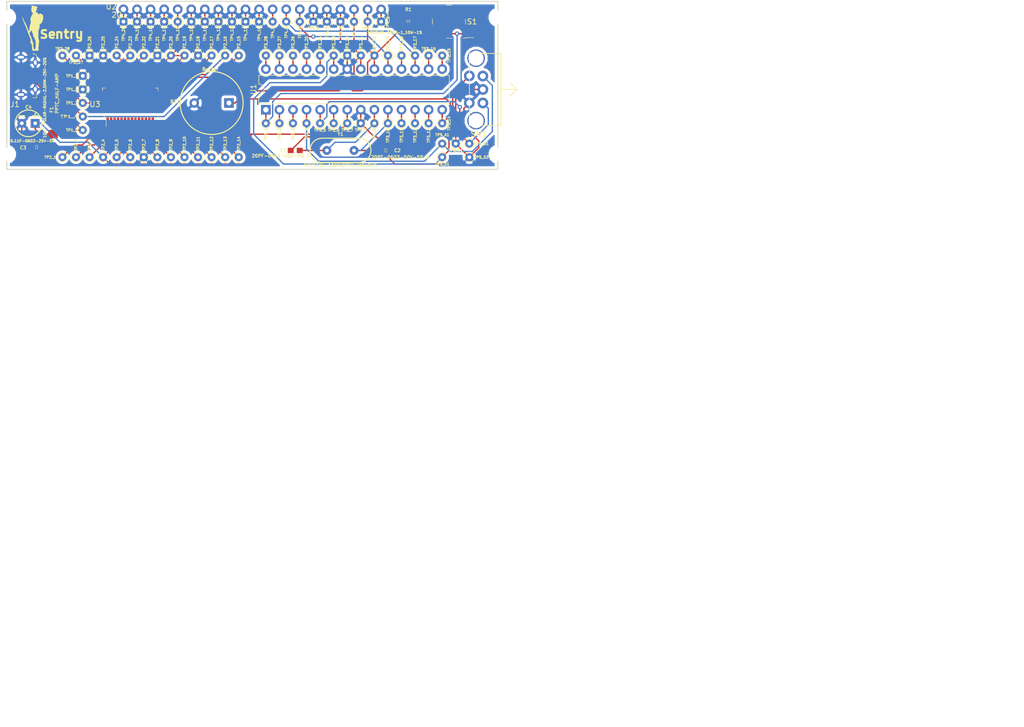
<source format=kicad_pcb>
(kicad_pcb (version 20171130) (host pcbnew 5.0.1-33cea8e~68~ubuntu16.04.1)
  (layers (0 F.Cu signal) (31 B.Cu signal) (34 B.Paste user) (35 F.Paste user) (36 B.SilkS user) (37 F.SilkS user) (38 B.Mask user) (39 F.Mask user) (44 Edge.Cuts user))
  (net 0 "")
  (net 1 "Net-(C1-Pad1)")
  (net 2 GND)
  (net 3 "Net-(C2-Pad1)")
  (net 4 +5V)
  (net 5 "Net-(F1-Pad1)")
  (net 6 "Net-(J1-Pad3)")
  (net 7 "Net-(J1-Pad4)")
  (net 8 "Net-(R1-Pad1)")
  (net 9 "Net-(SW1-PadA)")
  (net 10 "Net-(SW1-PadB)")
  (net 11 "Net-(SW1-PadS1)")
  (net 12 "Net-(BZ1-Pad1)")
  (net 13 "Net-(TP2_1-Pad1)")
  (net 14 "Net-(TP2_2-Pad1)")
  (net 15 "Net-(TP2_3-Pad1)")
  (net 16 "Net-(TP2_5-Pad1)")
  (net 17 "Net-(TP2_6-Pad1)")
  (net 18 "Net-(TP2_8-Pad1)")
  (net 19 "Net-(TP2_9-Pad1)")
  (net 20 "Net-(TP2_10-Pad1)")
  (net 21 "Net-(TP2_11-Pad1)")
  (net 22 "Net-(TP2_12-Pad1)")
  (net 23 "Net-(TP2_13-Pad1)")
  (net 24 "Net-(TP2_14-Pad1)")
  (net 25 "Net-(TP2_22-Pad1)")
  (net 26 "Net-(TP2_23-Pad1)")
  (net 27 "Net-(TP2_24-Pad1)")
  (net 28 "Net-(TP2_27-Pad1)")
  (net 29 "Net-(TP3_2-Pad1)")
  (net 30 "Net-(TP3_3-Pad1)")
  (net 31 "Net-(TP3_6-Pad1)")
  (net 32 "Net-(TP3_11-Pad1)")
  (net 33 "Net-(TP3_12-Pad1)")
  (net 34 "Net-(TP3_13-Pad1)")
  (net 35 "Net-(TP3_15-Pad1)")
  (net 36 "Net-(TP3_16-Pad1)")
  (net 37 "Net-(TP3_17-Pad1)")
  (net 38 "Net-(TP3_18-Pad1)")
  (net 39 "Net-(TP3_19-Pad1)")
  (net 40 "Net-(TP3_24-Pad1)")
  (net 41 "Net-(TP3_25-Pad1)")
  (net 42 "Net-(TP3_26-Pad1)")
  (net 43 "Net-(TP3_27-Pad1)")
  (net 44 "Net-(TP3_28-Pad1)")
  (net 45 "Net-(TP4_9-Pad1)")
  (net 46 "Net-(TP2_17-Pad1)")
  (net 47 "Net-(TP2_28-Pad1)")
  (module Rotary_Encoder:90deg_rotary_encoder_switch (layer F.Cu) (at 170.18 74.93)
    (fp_text reference SW1 (at -2.032 8.382 -180) (layer F.SilkS))
    (fp_text value Rotary_Encoder_Switch)
    (pad "" np_thru_hole circle (at -2.54 5.85) (size 3.3 3.3) (drill 2.8) (layers *.Cu *.Mask))
    (pad "" np_thru_hole circle (at -2.54 -5.85) (size 3.3 3.3) (drill 2.8) (layers *.Cu *.Mask))
    (pad S2 thru_hole circle (at -3.81 2.54) (size 2 2) (drill 1.1) (layers *.Cu *.Mask) (net 2 GND))
    (pad S1 thru_hole circle (at -3.81 -2.54) (size 2 2) (drill 1.1) (layers *.Cu *.Mask) (net 11 "Net-(SW1-PadS1)"))
    (pad B thru_hole circle (at -1.27 2.54) (size 2 2) (drill 1.1) (layers *.Cu *.Mask) (net 10 "Net-(SW1-PadB)"))
    (pad A thru_hole circle (at -1.27 -2.5) (size 2 2) (drill 1.1) (layers *.Cu *.Mask) (net 9 "Net-(SW1-PadA)"))
    (pad C thru_hole circle (at -1.27 0) (size 2 2) (drill 1.1) (layers *.Cu *.Mask) (net 2 GND))
  )
  (module Displays:NHD_display (layer F.Cu) (at 125.73 58.42)
    (fp_text reference U2 (at -26.416 1.016) (layer F.SilkS))
    (fp_text value NHD-0420CW)
    (fp_text user 1 (at 25.4 2.54) (layer F.SilkS))
    (fp_text user 20 (at -25.4 2.54) (layer F.SilkS))
    (pad "" np_thru_hole circle (at 46 28.66) (size 2.5 2.5) (drill 2.5) (layers *.Cu *.Mask))
    (pad "" np_thru_hole circle (at -46 28.66) (size 2.5 2.5) (drill 2.5) (layers *.Cu *.Mask))
    (pad "" np_thru_hole circle (at 46 3) (size 2.5 2.5) (drill 2.5) (layers *.Cu *.Mask))
    (pad "" np_thru_hole circle (at -46 3) (size 2.5 2.5) (drill 2.5) (layers *.Cu *.Mask))
    (pad 20 thru_hole circle (at -24.13 1.5) (size 1.8 1.8) (drill 1) (layers *.Cu *.Mask) (net 2 GND))
    (pad 17 thru_hole circle (at -16.51 1.5) (size 1.8 1.8) (drill 1) (layers *.Cu *.Mask) (net 2 GND))
    (pad 14 thru_hole circle (at -8.89 1.5) (size 1.8 1.8) (drill 1) (layers *.Cu *.Mask) (net 2 GND))
    (pad 16 thru_hole circle (at -13.97 1.5) (size 1.8 1.8) (drill 1) (layers *.Cu *.Mask) (net 4 +5V))
    (pad 13 thru_hole circle (at -6.35 1.5) (size 1.8 1.8) (drill 1) (layers *.Cu *.Mask) (net 2 GND))
    (pad 11 thru_hole circle (at -1.27 1.5) (size 1.8 1.8) (drill 1) (layers *.Cu *.Mask) (net 2 GND))
    (pad 12 thru_hole circle (at -3.81 1.5) (size 1.8 1.8) (drill 1) (layers *.Cu *.Mask) (net 2 GND))
    (pad 19 thru_hole circle (at -21.59 1.5) (size 1.8 1.8) (drill 1) (layers *.Cu *.Mask) (net 2 GND))
    (pad 18 thru_hole circle (at -19.05 1.5) (size 1.8 1.8) (drill 1) (layers *.Cu *.Mask) (net 2 GND))
    (pad 15 thru_hole circle (at -11.43 1.5) (size 1.8 1.8) (drill 1) (layers *.Cu *.Mask) (net 2 GND))
    (pad 1 thru_hole circle (at 24.13 1.5) (size 1.8 1.8) (drill 1) (layers *.Cu *.Mask) (net 2 GND))
    (pad 2 thru_hole circle (at 21.59 1.5) (size 1.8 1.8) (drill 1) (layers *.Cu *.Mask) (net 4 +5V))
    (pad 3 thru_hole circle (at 19.05 1.5) (size 1.8 1.8) (drill 1) (layers *.Cu *.Mask) (net 4 +5V))
    (pad 4 thru_hole circle (at 16.51 1.5) (size 1.8 1.8) (drill 1) (layers *.Cu *.Mask) (net 2 GND))
    (pad 5 thru_hole circle (at 13.97 1.5) (size 1.8 1.8) (drill 1) (layers *.Cu *.Mask) (net 2 GND))
    (pad 6 thru_hole circle (at 11.43 1.5) (size 1.8 1.8) (drill 1) (layers *.Cu *.Mask) (net 2 GND))
    (pad 7 thru_hole circle (at 8.89 1.5) (size 1.8 1.8) (drill 1) (layers *.Cu *.Mask) (net 39 "Net-(TP3_19-Pad1)"))
    (pad 8 thru_hole circle (at 6.35 1.5) (size 1.8 1.8) (drill 1) (layers *.Cu *.Mask) (net 37 "Net-(TP3_17-Pad1)"))
    (pad 9 thru_hole circle (at 3.81 1.5) (size 1.8 1.8) (drill 1) (layers *.Cu *.Mask) (net 45 "Net-(TP4_9-Pad1)"))
    (pad 10 thru_hole circle (at 1.27 1.5) (size 1.8 1.8) (drill 1) (layers *.Cu *.Mask) (net 2 GND))
  )
  (module Capacitors:0603 (layer F.Cu) (at 133.77164 86.36 180)
    (fp_text reference C1 (at 2.19964 0 180) (layer F.SilkS) (effects (font (size 0.6096 0.6096) (thickness 0.127))))
    (fp_text value 20PF-0603-50V-5%_0 (at 2.70764 -1.016 180) (layer F.SilkS) (effects (font (size 0.6096 0.6096) (thickness 0.127))))
    (pad 1 smd rect (at -0.84836 0 180) (size 1.09982 0.99822) (layers F.Cu F.Paste F.Mask) (net 1 "Net-(C1-Pad1)"))
    (pad 2 smd rect (at 0.84836 0 180) (size 1.09982 0.99822) (layers F.Cu F.Paste F.Mask) (net 2 GND))
  )
  (module Capacitors:0603 (layer F.Cu) (at 150.70836 86.36)
    (fp_text reference C2 (at 2.19964 0) (layer F.SilkS) (effects (font (size 0.6096 0.6096) (thickness 0.127))))
    (fp_text value 20PF-0603-50V-5%_0 (at 2.70764 1.27) (layer F.SilkS) (effects (font (size 0.6096 0.6096) (thickness 0.127))))
    (pad 2 smd rect (at 0.84836 0) (size 1.09982 0.99822) (layers F.Cu F.Paste F.Mask) (net 2 GND))
    (pad 1 smd rect (at -0.84836 0) (size 1.09982 0.99822) (layers F.Cu F.Paste F.Mask) (net 3 "Net-(C2-Pad1)"))
  )
  (module Capacitors:0603 (layer F.Cu) (at 85.344 85.725 180)
    (fp_text reference C3 (at 2.54 -0.127 180) (layer F.SilkS) (effects (font (size 0.6096 0.6096) (thickness 0.127))))
    (fp_text value 0.1UF-0603-25V-5% (at 0.762 1.143 180) (layer F.SilkS) (effects (font (size 0.5 0.5) (thickness 0.125))))
    (pad 1 smd rect (at -0.84836 0 180) (size 1.09982 0.99822) (layers F.Cu F.Paste F.Mask) (net 4 +5V))
    (pad 2 smd rect (at 0.84836 0 180) (size 1.09982 0.99822) (layers F.Cu F.Paste F.Mask) (net 2 GND))
  )
  (module Capacitors:CPOL-RADIAL-2.5MM-5MM (layer F.Cu) (at 83.82 81.28)
    (fp_text reference C4 (at 0 -3.048) (layer F.SilkS) (effects (font (size 0.6096 0.6096) (thickness 0.127))))
    (fp_text value 10UF-POLAR-RADIAL-2.5MM-25V-20% (at 3.048 -4.826 90) (layer F.SilkS) (effects (font (size 0.5 0.5) (thickness 0.125))))
    (pad 1 thru_hole rect (at 1.24968 0) (size 1.651 1.651) (drill 0.6985) (layers *.Cu *.Mask) (net 4 +5V))
    (pad 2 thru_hole circle (at -1.24968 0) (size 1.651 1.651) (drill 0.6985) (layers *.Cu *.Mask) (net 2 GND))
  )
  (module Fuses:1206 (layer F.Cu) (at 88.392 81.91246 270)
    (fp_text reference F1 (at -3.17246 0.254 90) (layer F.SilkS) (effects (font (size 0.6096 0.6096) (thickness 0.127))))
    (fp_text value PPTC_HALF-AMP (at -6.22046 -0.762 90) (layer F.SilkS) (effects (font (size 0.6096 0.6096) (thickness 0.127))))
    (pad 1 smd rect (at -1.39954 0 270) (size 1.59766 1.79832) (layers F.Cu F.Paste F.Mask) (net 5 "Net-(F1-Pad1)"))
    (pad 2 smd rect (at 1.39954 0 270) (size 1.59766 1.79832) (layers F.Cu F.Paste F.Mask) (net 4 +5V))
  )
  (module digikey-footprints:USB_Micro_B_Female_10118194-0001LF (layer F.Cu) (at 85.09 72.39 270)
    (fp_text reference J1 (at 5.334 3.81 180) (layer F.SilkS))
    (fp_text value 10118194-0001LF)
    (pad 3 smd rect (at 0 0 270) (size 0.4 1.35) (layers F.Cu F.Paste F.Mask) (net 6 "Net-(J1-Pad3)"))
    (pad 4 smd rect (at 0.65 0 270) (size 0.4 1.35) (layers F.Cu F.Paste F.Mask) (net 7 "Net-(J1-Pad4)"))
    (pad 5 smd rect (at 1.3 0 270) (size 0.4 1.35) (layers F.Cu F.Paste F.Mask) (net 5 "Net-(F1-Pad1)"))
    (pad 2 smd rect (at -0.65 0 270) (size 0.4 1.35) (layers F.Cu F.Paste F.Mask) (net 2 GND))
    (pad 1 smd rect (at -1.3 0 270) (size 0.4 1.35) (layers F.Cu F.Paste F.Mask) (net 2 GND))
    (pad SH thru_hole oval (at 2.5 0 270) (size 1.25 0.95) (drill oval 0.85 0.55) (layers *.Cu *.Mask) (net 2 GND))
    (pad SH thru_hole oval (at -2.5 0 270) (size 1.25 0.95) (drill oval 0.85 0.55) (layers *.Cu *.Mask) (net 2 GND))
    (pad SH thru_hole oval (at -3.5 2.7 270) (size 1 1.55) (drill oval 0.5 1.15) (layers *.Cu *.Mask) (net 2 GND))
    (pad SH thru_hole oval (at 3.5 2.7 270) (size 1 1.55) (drill oval 0.5 1.15) (layers *.Cu *.Mask) (net 2 GND))
  )
  (module Resistors:0603 (layer F.Cu) (at 154.94 62.14364 270)
    (fp_text reference R1 (at -2.19964 0) (layer F.SilkS) (effects (font (size 0.6096 0.6096) (thickness 0.127))))
    (fp_text value 10KOHM-0603-1_10W-1% (at 2.11836 2.54 180) (layer F.SilkS) (effects (font (size 0.5 0.5) (thickness 0.125))))
    (pad 1 smd rect (at -0.84836 0 270) (size 1.09982 0.99822) (layers F.Cu F.Paste F.Mask) (net 8 "Net-(R1-Pad1)"))
    (pad 2 smd rect (at 0.84836 0 270) (size 1.09982 0.99822) (layers F.Cu F.Paste F.Mask) (net 4 +5V))
  )
  (module digikey-footprints:Switch_Tactile_SMD_6x6mm_PTS645 (layer F.Cu) (at 162.56 62.23 180)
    (fp_text reference S1 (at -4.318 0 180) (layer F.SilkS))
    (fp_text value PTS645SM43SMTR92_LFS)
    (pad 1 smd rect (at -3.975 -2.25 180) (size 1.55 1.3) (layers F.Cu F.Paste F.Mask) (net 8 "Net-(R1-Pad1)"))
    (pad 2 smd rect (at 3.975 -2.25 180) (size 1.55 1.3) (layers F.Cu F.Paste F.Mask) (net 8 "Net-(R1-Pad1)"))
    (pad 3 smd rect (at -3.975 2.25 180) (size 1.55 1.3) (layers F.Cu F.Paste F.Mask) (net 2 GND))
    (pad 4 smd rect (at 3.975 2.25 180) (size 1.55 1.3) (layers F.Cu F.Paste F.Mask) (net 2 GND))
  )
  (module Package_DIP:DIP-28_W7.62mm (layer F.Cu) (at 128.27 78.74 90)
    (fp_text reference U1 (at 3.81 -2.33 90) (layer F.SilkS))
    (fp_text value ATmega328P-PU)
    (pad 1 thru_hole rect (at 0 0 90) (size 1.8 1.8) (drill 1) (layers *.Cu *.Mask) (net 8 "Net-(R1-Pad1)"))
    (pad 15 thru_hole circle (at 7.62 33.02 90) (size 1.8 1.8) (drill 1) (layers *.Cu *.Mask) (net 35 "Net-(TP3_15-Pad1)"))
    (pad 2 thru_hole circle (at 0 2.54 90) (size 1.8 1.8) (drill 1) (layers *.Cu *.Mask) (net 29 "Net-(TP3_2-Pad1)"))
    (pad 16 thru_hole circle (at 7.62 30.48 90) (size 1.8 1.8) (drill 1) (layers *.Cu *.Mask) (net 36 "Net-(TP3_16-Pad1)"))
    (pad 3 thru_hole circle (at 0 5.08 90) (size 1.8 1.8) (drill 1) (layers *.Cu *.Mask) (net 30 "Net-(TP3_3-Pad1)"))
    (pad 17 thru_hole circle (at 7.62 27.94 90) (size 1.8 1.8) (drill 1) (layers *.Cu *.Mask) (net 37 "Net-(TP3_17-Pad1)"))
    (pad 4 thru_hole circle (at 0 7.62 90) (size 1.8 1.8) (drill 1) (layers *.Cu *.Mask) (net 9 "Net-(SW1-PadA)"))
    (pad 18 thru_hole circle (at 7.62 25.4 90) (size 1.8 1.8) (drill 1) (layers *.Cu *.Mask) (net 38 "Net-(TP3_18-Pad1)"))
    (pad 5 thru_hole circle (at 0 10.16 90) (size 1.8 1.8) (drill 1) (layers *.Cu *.Mask) (net 10 "Net-(SW1-PadB)"))
    (pad 19 thru_hole circle (at 7.62 22.86 90) (size 1.8 1.8) (drill 1) (layers *.Cu *.Mask) (net 39 "Net-(TP3_19-Pad1)"))
    (pad 6 thru_hole circle (at 0 12.7 90) (size 1.8 1.8) (drill 1) (layers *.Cu *.Mask) (net 31 "Net-(TP3_6-Pad1)"))
    (pad 20 thru_hole circle (at 7.62 20.32 90) (size 1.8 1.8) (drill 1) (layers *.Cu *.Mask) (net 4 +5V))
    (pad 7 thru_hole circle (at 0 15.24 90) (size 1.8 1.8) (drill 1) (layers *.Cu *.Mask) (net 4 +5V))
    (pad 21 thru_hole circle (at 7.62 17.78 90) (size 1.8 1.8) (drill 1) (layers *.Cu *.Mask) (net 4 +5V))
    (pad 8 thru_hole circle (at 0 17.78 90) (size 1.8 1.8) (drill 1) (layers *.Cu *.Mask) (net 2 GND))
    (pad 22 thru_hole circle (at 7.62 15.24 90) (size 1.8 1.8) (drill 1) (layers *.Cu *.Mask) (net 2 GND))
    (pad 9 thru_hole circle (at 0 20.32 90) (size 1.8 1.8) (drill 1) (layers *.Cu *.Mask) (net 1 "Net-(C1-Pad1)"))
    (pad 23 thru_hole circle (at 7.62 12.7 90) (size 1.8 1.8) (drill 1) (layers *.Cu *.Mask) (net 11 "Net-(SW1-PadS1)"))
    (pad 10 thru_hole circle (at 0 22.86 90) (size 1.8 1.8) (drill 1) (layers *.Cu *.Mask) (net 3 "Net-(C2-Pad1)"))
    (pad 24 thru_hole circle (at 7.62 10.16 90) (size 1.8 1.8) (drill 1) (layers *.Cu *.Mask) (net 40 "Net-(TP3_24-Pad1)"))
    (pad 11 thru_hole circle (at 0 25.4 90) (size 1.8 1.8) (drill 1) (layers *.Cu *.Mask) (net 32 "Net-(TP3_11-Pad1)"))
    (pad 25 thru_hole circle (at 7.62 7.62 90) (size 1.8 1.8) (drill 1) (layers *.Cu *.Mask) (net 41 "Net-(TP3_25-Pad1)"))
    (pad 12 thru_hole circle (at 0 27.94 90) (size 1.8 1.8) (drill 1) (layers *.Cu *.Mask) (net 33 "Net-(TP3_12-Pad1)"))
    (pad 26 thru_hole circle (at 7.62 5.08 90) (size 1.8 1.8) (drill 1) (layers *.Cu *.Mask) (net 42 "Net-(TP3_26-Pad1)"))
    (pad 13 thru_hole circle (at 0 30.48 90) (size 1.8 1.8) (drill 1) (layers *.Cu *.Mask) (net 34 "Net-(TP3_13-Pad1)"))
    (pad 27 thru_hole circle (at 7.62 2.54 90) (size 1.8 1.8) (drill 1) (layers *.Cu *.Mask) (net 43 "Net-(TP3_27-Pad1)"))
    (pad 14 thru_hole circle (at 0 33.02 90) (size 1.8 1.8) (drill 1) (layers *.Cu *.Mask) (net 12 "Net-(BZ1-Pad1)"))
    (pad 28 thru_hole circle (at 7.62 0 90) (size 1.8 1.8) (drill 1) (layers *.Cu *.Mask) (net 44 "Net-(TP3_28-Pad1)"))
  )
  (module digikey-footprints:SSOP-28_W5.30mm (layer F.Cu) (at 102.87 77.47)
    (fp_text reference U3 (at -6.604 0.254) (layer F.SilkS))
    (fp_text value FT232RL-REEL)
    (pad 1 smd rect (at -4.225 3.6) (size 0.45 1.75) (layers F.Cu F.Paste F.Mask) (net 13 "Net-(TP2_1-Pad1)"))
    (pad 2 smd rect (at -3.575 3.6) (size 0.45 1.75) (layers F.Cu F.Paste F.Mask) (net 14 "Net-(TP2_2-Pad1)"))
    (pad 3 smd rect (at -2.925 3.6) (size 0.45 1.75) (layers F.Cu F.Paste F.Mask) (net 15 "Net-(TP2_3-Pad1)"))
    (pad 4 smd rect (at -2.275 3.6) (size 0.45 1.75) (layers F.Cu F.Paste F.Mask) (net 4 +5V))
    (pad 5 smd rect (at -1.625 3.6) (size 0.45 1.75) (layers F.Cu F.Paste F.Mask) (net 16 "Net-(TP2_5-Pad1)"))
    (pad 6 smd rect (at -0.975 3.6) (size 0.45 1.75) (layers F.Cu F.Paste F.Mask) (net 17 "Net-(TP2_6-Pad1)"))
    (pad 7 smd rect (at -0.325 3.6) (size 0.45 1.75) (layers F.Cu F.Paste F.Mask) (net 2 GND))
    (pad 8 smd rect (at 0.325 3.6) (size 0.45 1.75) (layers F.Cu F.Paste F.Mask) (net 18 "Net-(TP2_8-Pad1)"))
    (pad 9 smd rect (at 0.975 3.6) (size 0.45 1.75) (layers F.Cu F.Paste F.Mask) (net 19 "Net-(TP2_9-Pad1)"))
    (pad 10 smd rect (at 1.625 3.6) (size 0.45 1.75) (layers F.Cu F.Paste F.Mask) (net 20 "Net-(TP2_10-Pad1)"))
    (pad 11 smd rect (at 2.275 3.6) (size 0.45 1.75) (layers F.Cu F.Paste F.Mask) (net 21 "Net-(TP2_11-Pad1)"))
    (pad 12 smd rect (at 2.925 3.6) (size 0.45 1.75) (layers F.Cu F.Paste F.Mask) (net 22 "Net-(TP2_12-Pad1)"))
    (pad 13 smd rect (at 3.575 3.6) (size 0.45 1.75) (layers F.Cu F.Paste F.Mask) (net 23 "Net-(TP2_13-Pad1)"))
    (pad 14 smd rect (at 4.225 3.6) (size 0.45 1.75) (layers F.Cu F.Paste F.Mask) (net 24 "Net-(TP2_14-Pad1)"))
    (pad 15 smd rect (at 4.225 -3.6) (size 0.45 1.75) (layers F.Cu F.Paste F.Mask) (net 6 "Net-(J1-Pad3)"))
    (pad 16 smd rect (at 3.575 -3.6) (size 0.45 1.75) (layers F.Cu F.Paste F.Mask) (net 7 "Net-(J1-Pad4)"))
    (pad 17 smd rect (at 2.925 -3.6) (size 0.45 1.75) (layers F.Cu F.Paste F.Mask) (net 46 "Net-(TP2_17-Pad1)"))
    (pad 18 smd rect (at 2.275 -3.6) (size 0.45 1.75) (layers F.Cu F.Paste F.Mask) (net 2 GND))
    (pad 19 smd rect (at 1.625 -3.6) (size 0.45 1.75) (layers F.Cu F.Paste F.Mask) (net 4 +5V))
    (pad 20 smd rect (at 0.975 -3.6) (size 0.45 1.75) (layers F.Cu F.Paste F.Mask) (net 4 +5V))
    (pad 21 smd rect (at 0.325 -3.6) (size 0.45 1.75) (layers F.Cu F.Paste F.Mask) (net 2 GND))
    (pad 22 smd rect (at -0.325 -3.6) (size 0.45 1.75) (layers F.Cu F.Paste F.Mask) (net 25 "Net-(TP2_22-Pad1)"))
    (pad 23 smd rect (at -0.975 -3.6) (size 0.45 1.75) (layers F.Cu F.Paste F.Mask) (net 26 "Net-(TP2_23-Pad1)"))
    (pad 24 smd rect (at -1.625 -3.6) (size 0.45 1.75) (layers F.Cu F.Paste F.Mask) (net 27 "Net-(TP2_24-Pad1)"))
    (pad 25 smd rect (at -2.275 -3.6) (size 0.45 1.75) (layers F.Cu F.Paste F.Mask) (net 2 GND))
    (pad 26 smd rect (at -2.925 -3.6) (size 0.45 1.75) (layers F.Cu F.Paste F.Mask) (net 2 GND))
    (pad 27 smd rect (at -3.575 -3.6) (size 0.45 1.75) (layers F.Cu F.Paste F.Mask) (net 28 "Net-(TP2_27-Pad1)"))
    (pad 28 smd rect (at -4.225 -3.6) (size 0.45 1.75) (layers F.Cu F.Paste F.Mask) (net 47 "Net-(TP2_28-Pad1)"))
  )
  (module Clocks:HC49US (layer F.Cu) (at 142.24 86.36 180)
    (fp_text reference Y1 (at 0 3.048 180) (layer F.SilkS) (effects (font (size 0.6096 0.6096) (thickness 0.127))))
    (fp_text value CRYSTAL-16MHZPTH-HC49US (at 0 -2.794 180) (layer F.SilkS) (effects (font (size 0.6096 0.6096) (thickness 0.127))))
    (pad 1 thru_hole circle (at -2.54 0 180) (size 1.651 1.651) (drill 0.6985) (layers *.Cu *.Mask) (net 3 "Net-(C2-Pad1)"))
    (pad 2 thru_hole circle (at 2.54 0 180) (size 1.651 1.651) (drill 0.6985) (layers *.Cu *.Mask) (net 1 "Net-(C1-Pad1)"))
  )
  (module Electromechanical:BUZZER-12MM (layer F.Cu) (at 118.11 77.47)
    (fp_text reference BZ1 (at -6.858 -0.254) (layer F.SilkS) (effects (font (size 0.6096 0.6096) (thickness 0.127))))
    (fp_text value Buzzer (at -0.254 -6.35) (layer F.SilkS) (effects (font (size 0.6096 0.6096) (thickness 0.127))))
    (pad 1 thru_hole rect (at 3.24866 0) (size 1.778 1.778) (drill 0.89916) (layers *.Cu *.Mask) (net 12 "Net-(BZ1-Pad1)"))
    (pad 2 thru_hole circle (at -3.24866 0) (size 1.778 1.778) (drill 0.89916) (layers *.Cu *.Mask) (net 2 GND))
  )
  (module Aesthetics:Sentry_LOGO (layer F.Cu) (at 88.392 63.5)
    (fp_text reference G*** hide)
    (fp_text value Sentry_LOGO hide)
  )
  (module TestPoint:TestPoint_THTPad_D1.5mm_Drill0.7mm (layer F.Cu) (at 93.98 72.39)
    (fp_text reference TP1_1 (at -2.032 0) (layer F.SilkS) (effects (font (size 0.5 0.5) (thickness 0.125))))
    (fp_text value TestPoint)
    (pad 1 thru_hole circle (at 0 0) (size 1.5 1.5) (drill 0.7) (layers *.Cu *.Mask) (net 2 GND))
  )
  (module TestPoint:TestPoint_THTPad_D1.5mm_Drill0.7mm (layer F.Cu) (at 93.98 74.93)
    (fp_text reference TP1_2 (at -2.032 0) (layer F.SilkS) (effects (font (size 0.5 0.5) (thickness 0.125))))
    (fp_text value TestPoint)
    (pad 1 thru_hole circle (at 0 0) (size 1.5 1.5) (drill 0.7) (layers *.Cu *.Mask) (net 2 GND))
  )
  (module TestPoint:TestPoint_THTPad_D1.5mm_Drill0.7mm (layer F.Cu) (at 93.98 77.47)
    (fp_text reference TP1_3 (at -2.032 0) (layer F.SilkS) (effects (font (size 0.5 0.5) (thickness 0.125))))
    (fp_text value TestPoint)
    (pad 1 thru_hole circle (at 0 0) (size 1.5 1.5) (drill 0.7) (layers *.Cu *.Mask) (net 6 "Net-(J1-Pad3)"))
  )
  (module TestPoint:TestPoint_THTPad_D1.5mm_Drill0.7mm (layer F.Cu) (at 93.98 80.01)
    (fp_text reference TP1_4 (at -2.54 0) (layer F.SilkS) (effects (font (size 0.5 0.75) (thickness 0.125))))
    (fp_text value TestPoint)
    (pad 1 thru_hole circle (at 0 0) (size 1.5 1.5) (drill 0.7) (layers *.Cu *.Mask) (net 7 "Net-(J1-Pad4)"))
  )
  (module TestPoint:TestPoint_THTPad_D1.5mm_Drill0.7mm (layer F.Cu) (at 93.98 82.55)
    (fp_text reference TP1_5 (at -2.032 0) (layer F.SilkS) (effects (font (size 0.5 0.5) (thickness 0.125))))
    (fp_text value TestPoint)
    (pad 1 thru_hole circle (at 0 0) (size 1.5 1.5) (drill 0.7) (layers *.Cu *.Mask) (net 5 "Net-(F1-Pad1)"))
  )
  (module TestPoint:TestPoint_THTPad_D1.5mm_Drill0.7mm (layer F.Cu) (at 90.17 87.63)
    (fp_text reference TP2_1 (at -2.286 0) (layer F.SilkS) (effects (font (size 0.5 0.5) (thickness 0.125))))
    (fp_text value TestPoint)
    (pad 1 thru_hole circle (at 0 0) (size 1.5 1.5) (drill 0.7) (layers *.Cu *.Mask) (net 13 "Net-(TP2_1-Pad1)"))
  )
  (module TestPoint:TestPoint_THTPad_D1.5mm_Drill0.7mm (layer F.Cu) (at 92.71 87.63)
    (fp_text reference TP2_2 (at 0 -2.286 90) (layer F.SilkS) (effects (font (size 0.5 0.5) (thickness 0.125))))
    (fp_text value TestPoint)
    (pad 1 thru_hole circle (at 0 0) (size 1.5 1.5) (drill 0.7) (layers *.Cu *.Mask) (net 14 "Net-(TP2_2-Pad1)"))
  )
  (module TestPoint:TestPoint_THTPad_D1.5mm_Drill0.7mm (layer F.Cu) (at 95.25 87.63)
    (fp_text reference TP2_3 (at 0 -2.286 90) (layer F.SilkS) (effects (font (size 0.5 0.5) (thickness 0.125))))
    (fp_text value TestPoint)
    (pad 1 thru_hole circle (at 0 0) (size 1.5 1.5) (drill 0.7) (layers *.Cu *.Mask) (net 15 "Net-(TP2_3-Pad1)"))
  )
  (module TestPoint:TestPoint_THTPad_D1.5mm_Drill0.7mm (layer F.Cu) (at 97.79 87.63)
    (fp_text reference TP2_4 (at 0 -2.286 90) (layer F.SilkS) (effects (font (size 0.5 0.5) (thickness 0.125))))
    (fp_text value TestPoint)
    (pad 1 thru_hole circle (at 0 0) (size 1.5 1.5) (drill 0.7) (layers *.Cu *.Mask) (net 4 +5V))
  )
  (module TestPoint:TestPoint_THTPad_D1.5mm_Drill0.7mm (layer F.Cu) (at 100.33 87.63)
    (fp_text reference TP2_5 (at 0 -2.286 90) (layer F.SilkS) (effects (font (size 0.5 0.5) (thickness 0.125))))
    (fp_text value TestPoint)
    (pad 1 thru_hole circle (at 0 0) (size 1.5 1.5) (drill 0.7) (layers *.Cu *.Mask) (net 16 "Net-(TP2_5-Pad1)"))
  )
  (module TestPoint:TestPoint_THTPad_D1.5mm_Drill0.7mm (layer F.Cu) (at 102.87 87.63)
    (fp_text reference TP2_6 (at 0 -2.286 90) (layer F.SilkS) (effects (font (size 0.5 0.5) (thickness 0.125))))
    (fp_text value TestPoint)
    (pad 1 thru_hole circle (at 0 0) (size 1.5 1.5) (drill 0.7) (layers *.Cu *.Mask) (net 17 "Net-(TP2_6-Pad1)"))
  )
  (module TestPoint:TestPoint_THTPad_D1.5mm_Drill0.7mm (layer F.Cu) (at 105.41 87.63)
    (fp_text reference TP2_7 (at 0 -2.286 90) (layer F.SilkS) (effects (font (size 0.5 0.5) (thickness 0.125))))
    (fp_text value TestPoint)
    (pad 1 thru_hole circle (at 0 0) (size 1.5 1.5) (drill 0.7) (layers *.Cu *.Mask) (net 2 GND))
  )
  (module TestPoint:TestPoint_THTPad_D1.5mm_Drill0.7mm (layer F.Cu) (at 107.95 87.63)
    (fp_text reference TP2_8 (at 0 -2.286 90) (layer F.SilkS) (effects (font (size 0.5 0.5) (thickness 0.125))))
    (fp_text value TestPoint)
    (pad 1 thru_hole circle (at 0 0) (size 1.5 1.5) (drill 0.7) (layers *.Cu *.Mask) (net 18 "Net-(TP2_8-Pad1)"))
  )
  (module TestPoint:TestPoint_THTPad_D1.5mm_Drill0.7mm (layer F.Cu) (at 110.49 87.63)
    (fp_text reference TP2_9 (at 0 -2.286 90) (layer F.SilkS) (effects (font (size 0.5 0.5) (thickness 0.125))))
    (fp_text value TestPoint)
    (pad 1 thru_hole circle (at 0 0) (size 1.5 1.5) (drill 0.7) (layers *.Cu *.Mask) (net 19 "Net-(TP2_9-Pad1)"))
  )
  (module TestPoint:TestPoint_THTPad_D1.5mm_Drill0.7mm (layer F.Cu) (at 113.03 87.63)
    (fp_text reference TP2_10 (at 0 -2.54 90) (layer F.SilkS) (effects (font (size 0.5 0.5) (thickness 0.125))))
    (fp_text value TestPoint)
    (pad 1 thru_hole circle (at 0 0) (size 1.5 1.5) (drill 0.7) (layers *.Cu *.Mask) (net 20 "Net-(TP2_10-Pad1)"))
  )
  (module TestPoint:TestPoint_THTPad_D1.5mm_Drill0.7mm (layer F.Cu) (at 115.57 87.63)
    (fp_text reference TP2_11 (at 0 -2.54 90) (layer F.SilkS) (effects (font (size 0.5 0.5) (thickness 0.125))))
    (fp_text value TestPoint)
    (pad 1 thru_hole circle (at 0 0) (size 1.5 1.5) (drill 0.7) (layers *.Cu *.Mask) (net 21 "Net-(TP2_11-Pad1)"))
  )
  (module TestPoint:TestPoint_THTPad_D1.5mm_Drill0.7mm (layer F.Cu) (at 118.11 87.63)
    (fp_text reference TP2_12 (at 0 -2.54 90) (layer F.SilkS) (effects (font (size 0.5 0.5) (thickness 0.125))))
    (fp_text value TestPoint)
    (pad 1 thru_hole circle (at 0 0) (size 1.5 1.5) (drill 0.7) (layers *.Cu *.Mask) (net 22 "Net-(TP2_12-Pad1)"))
  )
  (module TestPoint:TestPoint_THTPad_D1.5mm_Drill0.7mm (layer F.Cu) (at 120.65 87.63)
    (fp_text reference TP2_13 (at 0 -2.54 90) (layer F.SilkS) (effects (font (size 0.5 0.5) (thickness 0.125))))
    (fp_text value TestPoint)
    (pad 1 thru_hole circle (at 0 0) (size 1.5 1.5) (drill 0.7) (layers *.Cu *.Mask) (net 23 "Net-(TP2_13-Pad1)"))
  )
  (module TestPoint:TestPoint_THTPad_D1.5mm_Drill0.7mm (layer F.Cu) (at 123.19 87.63)
    (fp_text reference TP2_14 (at 0 -2.54 90) (layer F.SilkS) (effects (font (size 0.5 0.5) (thickness 0.125))))
    (fp_text value TestPoint)
    (pad 1 thru_hole circle (at 0 0) (size 1.5 1.5) (drill 0.7) (layers *.Cu *.Mask) (net 24 "Net-(TP2_14-Pad1)"))
  )
  (module TestPoint:TestPoint_THTPad_D1.5mm_Drill0.7mm (layer F.Cu) (at 123.19 68.58)
    (fp_text reference TP2_15 (at 0 -2.286 90) (layer F.SilkS) (effects (font (size 0.5 0.5) (thickness 0.125))))
    (fp_text value TestPoint)
    (pad 1 thru_hole circle (at 0 0) (size 1.5 1.5) (drill 0.7) (layers *.Cu *.Mask) (net 6 "Net-(J1-Pad3)"))
  )
  (module TestPoint:TestPoint_THTPad_D1.5mm_Drill0.7mm (layer F.Cu) (at 120.65 68.58)
    (fp_text reference TP2_16 (at 0 -2.286 90) (layer F.SilkS) (effects (font (size 0.5 0.5) (thickness 0.125))))
    (fp_text value TestPoint)
    (pad 1 thru_hole circle (at 0 0) (size 1.5 1.5) (drill 0.7) (layers *.Cu *.Mask) (net 7 "Net-(J1-Pad4)"))
  )
  (module TestPoint:TestPoint_THTPad_D1.5mm_Drill0.7mm (layer F.Cu) (at 115.57 68.58)
    (fp_text reference TP2_18 (at 0 -2.286 90) (layer F.SilkS) (effects (font (size 0.5 0.5) (thickness 0.125))))
    (fp_text value TestPoint)
    (pad 1 thru_hole circle (at 0 0) (size 1.5 1.5) (drill 0.7) (layers *.Cu *.Mask) (net 2 GND))
  )
  (module TestPoint:TestPoint_THTPad_D1.5mm_Drill0.7mm (layer F.Cu) (at 113.03 68.58)
    (fp_text reference TP2_19 (at 0 -2.286 90) (layer F.SilkS) (effects (font (size 0.5 0.5) (thickness 0.125))))
    (fp_text value TestPoint)
    (pad 1 thru_hole circle (at 0 0) (size 1.5 1.5) (drill 0.7) (layers *.Cu *.Mask) (net 4 +5V))
  )
  (module TestPoint:TestPoint_THTPad_D1.5mm_Drill0.7mm (layer F.Cu) (at 110.49 68.58)
    (fp_text reference TP2_20 (at 0 -2.286 90) (layer F.SilkS) (effects (font (size 0.5 0.5) (thickness 0.125))))
    (fp_text value TestPoint)
    (pad 1 thru_hole circle (at 0 0) (size 1.5 1.5) (drill 0.7) (layers *.Cu *.Mask) (net 4 +5V))
  )
  (module TestPoint:TestPoint_THTPad_D1.5mm_Drill0.7mm (layer F.Cu) (at 107.95 68.58)
    (fp_text reference TP2_21 (at 0 -2.286 90) (layer F.SilkS) (effects (font (size 0.5 0.5) (thickness 0.125))))
    (fp_text value TestPoint)
    (pad 1 thru_hole circle (at 0 0) (size 1.5 1.5) (drill 0.7) (layers *.Cu *.Mask) (net 2 GND))
  )
  (module TestPoint:TestPoint_THTPad_D1.5mm_Drill0.7mm (layer F.Cu) (at 105.41 68.58)
    (fp_text reference TP2_22 (at 0 -2.286 90) (layer F.SilkS) (effects (font (size 0.5 0.5) (thickness 0.125))))
    (fp_text value TestPoint)
    (pad 1 thru_hole circle (at 0 0) (size 1.5 1.5) (drill 0.7) (layers *.Cu *.Mask) (net 25 "Net-(TP2_22-Pad1)"))
  )
  (module TestPoint:TestPoint_THTPad_D1.5mm_Drill0.7mm (layer F.Cu) (at 102.87 68.58)
    (fp_text reference TP2_23 (at 0 -2.286 90) (layer F.SilkS) (effects (font (size 0.5 0.5) (thickness 0.125))))
    (fp_text value TestPoint)
    (pad 1 thru_hole circle (at 0 0) (size 1.5 1.5) (drill 0.7) (layers *.Cu *.Mask) (net 26 "Net-(TP2_23-Pad1)"))
  )
  (module TestPoint:TestPoint_THTPad_D1.5mm_Drill0.7mm (layer F.Cu) (at 100.33 68.58)
    (fp_text reference TP2_24 (at 0 -2.286 90) (layer F.SilkS) (effects (font (size 0.5 0.5) (thickness 0.125))))
    (fp_text value TestPoint)
    (pad 1 thru_hole circle (at 0 0) (size 1.5 1.5) (drill 0.7) (layers *.Cu *.Mask) (net 27 "Net-(TP2_24-Pad1)"))
  )
  (module TestPoint:TestPoint_THTPad_D1.5mm_Drill0.7mm (layer F.Cu) (at 97.79 68.58)
    (fp_text reference TP2_25 (at 0 -2.286 90) (layer F.SilkS) (effects (font (size 0.5 0.5) (thickness 0.125))))
    (fp_text value TestPoint)
    (pad 1 thru_hole circle (at 0 0) (size 1.5 1.5) (drill 0.7) (layers *.Cu *.Mask) (net 2 GND))
  )
  (module TestPoint:TestPoint_THTPad_D1.5mm_Drill0.7mm (layer F.Cu) (at 95.25 68.58)
    (fp_text reference TP2_26 (at 0 -2.286 90) (layer F.SilkS) (effects (font (size 0.5 0.5) (thickness 0.125))))
    (fp_text value TestPoint)
    (pad 1 thru_hole circle (at 0 0) (size 1.5 1.5) (drill 0.7) (layers *.Cu *.Mask) (net 2 GND))
  )
  (module TestPoint:TestPoint_THTPad_D1.5mm_Drill0.7mm (layer F.Cu) (at 92.71 68.58)
    (fp_text reference TP2_27 (at 0 1.27 180) (layer F.SilkS) (effects (font (size 0.5 0.5) (thickness 0.125))))
    (fp_text value TestPoint)
    (pad 1 thru_hole circle (at 0 0) (size 1.5 1.5) (drill 0.7) (layers *.Cu *.Mask) (net 28 "Net-(TP2_27-Pad1)"))
  )
  (module TestPoint:TestPoint_THTPad_D1.5mm_Drill0.7mm (layer F.Cu) (at 128.27 81.28 90)
    (fp_text reference TP3_1 (at -2.032 0 90) (layer F.SilkS) (effects (font (size 0.5 0.5) (thickness 0.125))))
    (fp_text value TestPoint)
    (pad 1 thru_hole circle (at 0 0 90) (size 1.5 1.5) (drill 0.7) (layers *.Cu *.Mask) (net 8 "Net-(R1-Pad1)"))
  )
  (module TestPoint:TestPoint_THTPad_D1.5mm_Drill0.7mm (layer F.Cu) (at 130.81 81.28 90)
    (fp_text reference TP3_2 (at -2.032 0 90) (layer F.SilkS) (effects (font (size 0.5 0.5) (thickness 0.125))))
    (fp_text value TestPoint)
    (pad 1 thru_hole circle (at 0 0 90) (size 1.5 1.5) (drill 0.7) (layers *.Cu *.Mask) (net 29 "Net-(TP3_2-Pad1)"))
  )
  (module TestPoint:TestPoint_THTPad_D1.5mm_Drill0.7mm (layer F.Cu) (at 133.35 81.28 90)
    (fp_text reference TP3_3 (at -2.032 0 90) (layer F.SilkS) (effects (font (size 0.5 0.5) (thickness 0.125))))
    (fp_text value TestPoint)
    (pad 1 thru_hole circle (at 0 0 90) (size 1.5 1.5) (drill 0.7) (layers *.Cu *.Mask) (net 30 "Net-(TP3_3-Pad1)"))
  )
  (module TestPoint:TestPoint_THTPad_D1.5mm_Drill0.7mm (layer F.Cu) (at 135.89 81.28 90)
    (fp_text reference TP3_4 (at -2.032 0 90) (layer F.SilkS) (effects (font (size 0.5 0.5) (thickness 0.125))))
    (fp_text value TestPoint)
    (pad 1 thru_hole circle (at 0 0 90) (size 1.5 1.5) (drill 0.7) (layers *.Cu *.Mask) (net 9 "Net-(SW1-PadA)"))
  )
  (module TestPoint:TestPoint_THTPad_D1.5mm_Drill0.7mm (layer F.Cu) (at 138.43 81.28 90)
    (fp_text reference TP3_5 (at -1.27 0 180) (layer F.SilkS) (effects (font (size 0.5 0.5) (thickness 0.125))))
    (fp_text value TestPoint)
    (pad 1 thru_hole circle (at 0 0 90) (size 1.5 1.5) (drill 0.7) (layers *.Cu *.Mask) (net 10 "Net-(SW1-PadB)"))
  )
  (module TestPoint:TestPoint_THTPad_D1.5mm_Drill0.7mm (layer F.Cu) (at 140.97 81.28 90)
    (fp_text reference TP3_6 (at -1.27 0 180) (layer F.SilkS) (effects (font (size 0.5 0.5) (thickness 0.125))))
    (fp_text value TestPoint)
    (pad 1 thru_hole circle (at 0 0 90) (size 1.5 1.5) (drill 0.7) (layers *.Cu *.Mask) (net 31 "Net-(TP3_6-Pad1)"))
  )
  (module TestPoint:TestPoint_THTPad_D1.5mm_Drill0.7mm (layer F.Cu) (at 143.51 81.28 90)
    (fp_text reference TP3_7 (at -1.27 0 180) (layer F.SilkS) (effects (font (size 0.5 0.5) (thickness 0.125))))
    (fp_text value TestPoint)
    (pad 1 thru_hole circle (at 0 0 90) (size 1.5 1.5) (drill 0.7) (layers *.Cu *.Mask) (net 4 +5V))
  )
  (module TestPoint:TestPoint_THTPad_D1.5mm_Drill0.7mm (layer F.Cu) (at 146.05 81.28 90)
    (fp_text reference TP3_8 (at -1.27 0 180) (layer F.SilkS) (effects (font (size 0.5 0.5) (thickness 0.125))))
    (fp_text value TestPoint)
    (pad 1 thru_hole circle (at 0 0 90) (size 1.5 1.5) (drill 0.7) (layers *.Cu *.Mask) (net 2 GND))
  )
  (module TestPoint:TestPoint_THTPad_D1.5mm_Drill0.7mm (layer F.Cu) (at 148.59 81.28 90)
    (fp_text reference TP3_9 (at -2.032 0 90) (layer F.SilkS) (effects (font (size 0.5 0.5) (thickness 0.125))))
    (fp_text value TestPoint)
    (pad 1 thru_hole circle (at 0 0 90) (size 1.5 1.5) (drill 0.7) (layers *.Cu *.Mask) (net 1 "Net-(C1-Pad1)"))
  )
  (module TestPoint:TestPoint_THTPad_D1.5mm_Drill0.7mm (layer F.Cu) (at 151.13 81.28 90)
    (fp_text reference TP3_10 (at -2.286 0 90) (layer F.SilkS) (effects (font (size 0.5 0.5) (thickness 0.125))))
    (fp_text value TestPoint)
    (pad 1 thru_hole circle (at 0 0 90) (size 1.5 1.5) (drill 0.7) (layers *.Cu *.Mask) (net 3 "Net-(C2-Pad1)"))
  )
  (module TestPoint:TestPoint_THTPad_D1.5mm_Drill0.7mm (layer F.Cu) (at 153.67 81.28 90)
    (fp_text reference TP3_11 (at -2.286 0 90) (layer F.SilkS) (effects (font (size 0.5 0.5) (thickness 0.125))))
    (fp_text value TestPoint)
    (pad 1 thru_hole circle (at 0 0 90) (size 1.5 1.5) (drill 0.7) (layers *.Cu *.Mask) (net 32 "Net-(TP3_11-Pad1)"))
  )
  (module TestPoint:TestPoint_THTPad_D1.5mm_Drill0.7mm (layer F.Cu) (at 156.21 81.28 90)
    (fp_text reference TP3_12 (at -2.286 0 90) (layer F.SilkS) (effects (font (size 0.5 0.5) (thickness 0.125))))
    (fp_text value TestPoint)
    (pad 1 thru_hole circle (at 0 0 90) (size 1.5 1.5) (drill 0.7) (layers *.Cu *.Mask) (net 33 "Net-(TP3_12-Pad1)"))
  )
  (module TestPoint:TestPoint_THTPad_D1.5mm_Drill0.7mm (layer F.Cu) (at 158.75 81.28 90)
    (fp_text reference TP3_13 (at -2.286 0 90) (layer F.SilkS) (effects (font (size 0.5 0.5) (thickness 0.125))))
    (fp_text value TestPoint)
    (pad 1 thru_hole circle (at 0 0 90) (size 1.5 1.5) (drill 0.7) (layers *.Cu *.Mask) (net 34 "Net-(TP3_13-Pad1)"))
  )
  (module TestPoint:TestPoint_THTPad_D1.5mm_Drill0.7mm (layer F.Cu) (at 161.29 81.28 90)
    (fp_text reference TP3_14 (at 0 1.27 90) (layer F.SilkS) (effects (font (size 0.5 0.5) (thickness 0.125))))
    (fp_text value TestPoint)
    (pad 1 thru_hole circle (at 0 0 90) (size 1.5 1.5) (drill 0.7) (layers *.Cu *.Mask) (net 12 "Net-(BZ1-Pad1)"))
  )
  (module TestPoint:TestPoint_THTPad_D1.5mm_Drill0.7mm (layer F.Cu) (at 161.29 68.58)
    (fp_text reference TP3_15 (at 1.27 0 90) (layer F.SilkS) (effects (font (size 0.5 0.5) (thickness 0.125))))
    (fp_text value TestPoint)
    (pad 1 thru_hole circle (at 0 0) (size 1.5 1.5) (drill 0.7) (layers *.Cu *.Mask) (net 35 "Net-(TP3_15-Pad1)"))
  )
  (module TestPoint:TestPoint_THTPad_D1.5mm_Drill0.7mm (layer F.Cu) (at 158.75 68.58)
    (fp_text reference TP3_16 (at 0 -1.27) (layer F.SilkS) (effects (font (size 0.5 0.5) (thickness 0.125))))
    (fp_text value TestPoint)
    (pad 1 thru_hole circle (at 0 0) (size 1.5 1.5) (drill 0.7) (layers *.Cu *.Mask) (net 36 "Net-(TP3_16-Pad1)"))
  )
  (module TestPoint:TestPoint_THTPad_D1.5mm_Drill0.7mm (layer F.Cu) (at 156.21 68.58)
    (fp_text reference TP3_17 (at 0 -2.286 90) (layer F.SilkS) (effects (font (size 0.5 0.5) (thickness 0.125))))
    (fp_text value TestPoint)
    (pad 1 thru_hole circle (at 0 0) (size 1.5 1.5) (drill 0.7) (layers *.Cu *.Mask) (net 37 "Net-(TP3_17-Pad1)"))
  )
  (module TestPoint:TestPoint_THTPad_D1.5mm_Drill0.7mm (layer F.Cu) (at 153.67 68.58)
    (fp_text reference TP3_18 (at 0 -2.286 90) (layer F.SilkS) (effects (font (size 0.5 0.5) (thickness 0.125))))
    (fp_text value TestPoint)
    (pad 1 thru_hole circle (at 0 0) (size 1.5 1.5) (drill 0.7) (layers *.Cu *.Mask) (net 38 "Net-(TP3_18-Pad1)"))
  )
  (module TestPoint:TestPoint_THTPad_D1.5mm_Drill0.7mm (layer F.Cu) (at 151.13 68.58)
    (fp_text reference TP3_19 (at 0 -2.286 90) (layer F.SilkS) (effects (font (size 0.5 0.5) (thickness 0.125))))
    (fp_text value TestPoint)
    (pad 1 thru_hole circle (at 0 0) (size 1.5 1.5) (drill 0.7) (layers *.Cu *.Mask) (net 39 "Net-(TP3_19-Pad1)"))
  )
  (module TestPoint:TestPoint_THTPad_D1.5mm_Drill0.7mm (layer F.Cu) (at 148.59 68.58)
    (fp_text reference TP3_20 (at 0 -2.286 90) (layer F.SilkS) (effects (font (size 0.5 0.5) (thickness 0.125))))
    (fp_text value TestPoint)
    (pad 1 thru_hole circle (at 0 0) (size 1.5 1.5) (drill 0.7) (layers *.Cu *.Mask) (net 4 +5V))
  )
  (module TestPoint:TestPoint_THTPad_D1.5mm_Drill0.7mm (layer F.Cu) (at 146.05 68.58)
    (fp_text reference TP3_21 (at 0 -2.286 90) (layer F.SilkS) (effects (font (size 0.5 0.5) (thickness 0.125))))
    (fp_text value TestPoint)
    (pad 1 thru_hole circle (at 0 0) (size 1.5 1.5) (drill 0.7) (layers *.Cu *.Mask) (net 4 +5V))
  )
  (module TestPoint:TestPoint_THTPad_D1.5mm_Drill0.7mm (layer F.Cu) (at 143.51 68.58)
    (fp_text reference TP3_22 (at 0 -2.286 90) (layer F.SilkS) (effects (font (size 0.5 0.5) (thickness 0.125))))
    (fp_text value TestPoint)
    (pad 1 thru_hole circle (at 0 0) (size 1.5 1.5) (drill 0.7) (layers *.Cu *.Mask) (net 2 GND))
  )
  (module TestPoint:TestPoint_THTPad_D1.5mm_Drill0.7mm (layer F.Cu) (at 140.97 68.58)
    (fp_text reference TP3_23 (at 0 -2.286 90) (layer F.SilkS) (effects (font (size 0.5 0.5) (thickness 0.125))))
    (fp_text value TestPoint)
    (pad 1 thru_hole circle (at 0 0) (size 1.5 1.5) (drill 0.7) (layers *.Cu *.Mask) (net 11 "Net-(SW1-PadS1)"))
  )
  (module TestPoint:TestPoint_THTPad_D1.5mm_Drill0.7mm (layer F.Cu) (at 138.43 68.58)
    (fp_text reference TP3_24 (at 0 -2.286 90) (layer F.SilkS) (effects (font (size 0.5 0.5) (thickness 0.125))))
    (fp_text value TestPoint)
    (pad 1 thru_hole circle (at 0 0) (size 1.5 1.5) (drill 0.7) (layers *.Cu *.Mask) (net 40 "Net-(TP3_24-Pad1)"))
  )
  (module TestPoint:TestPoint_THTPad_D1.5mm_Drill0.7mm (layer F.Cu) (at 135.89 68.58)
    (fp_text reference TP3_25 (at 0 -2.286 90) (layer F.SilkS) (effects (font (size 0.5 0.5) (thickness 0.125))))
    (fp_text value TestPoint)
    (pad 1 thru_hole circle (at 0 0) (size 1.5 1.5) (drill 0.7) (layers *.Cu *.Mask) (net 41 "Net-(TP3_25-Pad1)"))
  )
  (module TestPoint:TestPoint_THTPad_D1.5mm_Drill0.7mm (layer F.Cu) (at 133.35 68.58)
    (fp_text reference TP3_26 (at 0 -2.286 90) (layer F.SilkS) (effects (font (size 0.5 0.5) (thickness 0.125))))
    (fp_text value TestPoint)
    (pad 1 thru_hole circle (at 0 0) (size 1.5 1.5) (drill 0.7) (layers *.Cu *.Mask) (net 42 "Net-(TP3_26-Pad1)"))
  )
  (module TestPoint:TestPoint_THTPad_D1.5mm_Drill0.7mm (layer F.Cu) (at 130.81 68.58)
    (fp_text reference TP3_27 (at 0 -2.286 90) (layer F.SilkS) (effects (font (size 0.5 0.5) (thickness 0.125))))
    (fp_text value TestPoint)
    (pad 1 thru_hole circle (at 0 0) (size 1.5 1.5) (drill 0.7) (layers *.Cu *.Mask) (net 43 "Net-(TP3_27-Pad1)"))
  )
  (module TestPoint:TestPoint_THTPad_D1.5mm_Drill0.7mm (layer F.Cu) (at 128.27 68.58)
    (fp_text reference TP3_28 (at 0 -2.286 90) (layer F.SilkS) (effects (font (size 0.5 0.5) (thickness 0.125))))
    (fp_text value TestPoint)
    (pad 1 thru_hole circle (at 0 0) (size 1.5 1.5) (drill 0.7) (layers *.Cu *.Mask) (net 44 "Net-(TP3_28-Pad1)"))
  )
  (module TestPoint:TestPoint_THTPad_D1.5mm_Drill0.7mm (layer F.Cu) (at 149.86 62.23 90)
    (fp_text reference TP4_1 (at -0.254 1.27 90) (layer F.SilkS) (effects (font (size 0.5 0.5) (thickness 0.125))))
    (fp_text value TestPoint)
    (pad 1 thru_hole circle (at 0 0 90) (size 1.5 1.5) (drill 0.7) (layers *.Cu *.Mask) (net 2 GND))
  )
  (module TestPoint:TestPoint_THTPad_D1.5mm_Drill0.7mm (layer F.Cu) (at 147.32 62.23 90)
    (fp_text reference TP4_2 (at -1.27 0 180) (layer F.SilkS) (effects (font (size 0.5 0.5) (thickness 0.125))))
    (fp_text value TestPoint)
    (pad 1 thru_hole circle (at 0 0 90) (size 1.5 1.5) (drill 0.7) (layers *.Cu *.Mask) (net 4 +5V))
  )
  (module TestPoint:TestPoint_THTPad_D1.5mm_Drill0.7mm (layer F.Cu) (at 144.78 62.23 90)
    (fp_text reference TP4_3 (at -2.032 0 90) (layer F.SilkS) (effects (font (size 0.5 0.5) (thickness 0.125))))
    (fp_text value TestPoint)
    (pad 1 thru_hole circle (at 0 0 90) (size 1.5 1.5) (drill 0.7) (layers *.Cu *.Mask) (net 4 +5V))
  )
  (module TestPoint:TestPoint_THTPad_D1.5mm_Drill0.7mm (layer F.Cu) (at 142.24 62.23 90)
    (fp_text reference TP4_4 (at -2.032 0 90) (layer F.SilkS) (effects (font (size 0.5 0.5) (thickness 0.125))))
    (fp_text value TestPoint)
    (pad 1 thru_hole circle (at 0 0 90) (size 1.5 1.5) (drill 0.7) (layers *.Cu *.Mask) (net 2 GND))
  )
  (module TestPoint:TestPoint_THTPad_D1.5mm_Drill0.7mm (layer F.Cu) (at 139.7 62.23 90)
    (fp_text reference TP4_5 (at -2.032 0 90) (layer F.SilkS) (effects (font (size 0.5 0.5) (thickness 0.125))))
    (fp_text value TestPoint)
    (pad 1 thru_hole circle (at 0 0 90) (size 1.5 1.5) (drill 0.7) (layers *.Cu *.Mask) (net 2 GND))
  )
  (module TestPoint:TestPoint_THTPad_D1.5mm_Drill0.7mm (layer F.Cu) (at 137.16 62.23 90)
    (fp_text reference TP4_6 (at -1.27 0 180) (layer F.SilkS) (effects (font (size 0.5 0.5) (thickness 0.125))))
    (fp_text value TestPoint)
    (pad 1 thru_hole circle (at 0 0 90) (size 1.5 1.5) (drill 0.7) (layers *.Cu *.Mask) (net 2 GND))
  )
  (module TestPoint:TestPoint_THTPad_D1.5mm_Drill0.7mm (layer F.Cu) (at 134.62 62.23 90)
    (fp_text reference TP4_7 (at -2.032 0 90) (layer F.SilkS) (effects (font (size 0.5 0.5) (thickness 0.125))))
    (fp_text value TestPoint)
    (pad 1 thru_hole circle (at 0 0 90) (size 1.5 1.5) (drill 0.7) (layers *.Cu *.Mask) (net 39 "Net-(TP3_19-Pad1)"))
  )
  (module TestPoint:TestPoint_THTPad_D1.5mm_Drill0.7mm (layer F.Cu) (at 132.08 62.23 90)
    (fp_text reference TP4_8 (at -2.032 0 90) (layer F.SilkS) (effects (font (size 0.5 0.5) (thickness 0.125))))
    (fp_text value TestPoint)
    (pad 1 thru_hole circle (at 0 0 90) (size 1.5 1.5) (drill 0.7) (layers *.Cu *.Mask) (net 37 "Net-(TP3_17-Pad1)"))
  )
  (module TestPoint:TestPoint_THTPad_D1.5mm_Drill0.7mm (layer F.Cu) (at 129.54 62.23 90)
    (fp_text reference TP4_9 (at -2.032 0 90) (layer F.SilkS) (effects (font (size 0.5 0.5) (thickness 0.125))))
    (fp_text value TestPoint)
    (pad 1 thru_hole circle (at 0 0 90) (size 1.5 1.5) (drill 0.7) (layers *.Cu *.Mask) (net 45 "Net-(TP4_9-Pad1)"))
  )
  (module TestPoint:TestPoint_THTPad_D1.5mm_Drill0.7mm (layer F.Cu) (at 127 62.23 90)
    (fp_text reference TP4_10 (at -2.286 0 90) (layer F.SilkS) (effects (font (size 0.5 0.5) (thickness 0.125))))
    (fp_text value TestPoint)
    (pad 1 thru_hole circle (at 0 0 90) (size 1.5 1.5) (drill 0.7) (layers *.Cu *.Mask) (net 2 GND))
  )
  (module TestPoint:TestPoint_THTPad_D1.5mm_Drill0.7mm (layer F.Cu) (at 124.46 62.23 90)
    (fp_text reference TP4_11 (at -2.286 0 90) (layer F.SilkS) (effects (font (size 0.5 0.5) (thickness 0.125))))
    (fp_text value TestPoint)
    (pad 1 thru_hole circle (at 0 0 90) (size 1.5 1.5) (drill 0.7) (layers *.Cu *.Mask) (net 2 GND))
  )
  (module TestPoint:TestPoint_THTPad_D1.5mm_Drill0.7mm (layer F.Cu) (at 121.92 62.23 90)
    (fp_text reference TP4_12 (at -2.286 0 90) (layer F.SilkS) (effects (font (size 0.5 0.5) (thickness 0.125))))
    (fp_text value TestPoint)
    (pad 1 thru_hole circle (at 0 0 90) (size 1.5 1.5) (drill 0.7) (layers *.Cu *.Mask) (net 2 GND))
  )
  (module TestPoint:TestPoint_THTPad_D1.5mm_Drill0.7mm (layer F.Cu) (at 119.38 62.23 90)
    (fp_text reference TP4_13 (at -2.286 0 90) (layer F.SilkS) (effects (font (size 0.5 0.5) (thickness 0.125))))
    (fp_text value TestPoint)
    (pad 1 thru_hole circle (at 0 0 90) (size 1.5 1.5) (drill 0.7) (layers *.Cu *.Mask) (net 2 GND))
  )
  (module TestPoint:TestPoint_THTPad_D1.5mm_Drill0.7mm (layer F.Cu) (at 116.84 62.23 90)
    (fp_text reference TP4_14 (at -2.286 0 90) (layer F.SilkS) (effects (font (size 0.5 0.5) (thickness 0.125))))
    (fp_text value TestPoint)
    (pad 1 thru_hole circle (at 0 0 90) (size 1.5 1.5) (drill 0.7) (layers *.Cu *.Mask) (net 2 GND))
  )
  (module TestPoint:TestPoint_THTPad_D1.5mm_Drill0.7mm (layer F.Cu) (at 114.3 62.23 90)
    (fp_text reference TP4_15 (at -2.286 0 90) (layer F.SilkS) (effects (font (size 0.5 0.5) (thickness 0.125))))
    (fp_text value TestPoint)
    (pad 1 thru_hole circle (at 0 0 90) (size 1.5 1.5) (drill 0.7) (layers *.Cu *.Mask) (net 2 GND))
  )
  (module TestPoint:TestPoint_THTPad_D1.5mm_Drill0.7mm (layer F.Cu) (at 111.76 62.23 90)
    (fp_text reference TP4_16 (at -2.286 0 90) (layer F.SilkS) (effects (font (size 0.5 0.5) (thickness 0.125))))
    (fp_text value TestPoint)
    (pad 1 thru_hole circle (at 0 0 90) (size 1.5 1.5) (drill 0.7) (layers *.Cu *.Mask) (net 4 +5V))
  )
  (module TestPoint:TestPoint_THTPad_D1.5mm_Drill0.7mm (layer F.Cu) (at 109.22 62.23 90)
    (fp_text reference TP4_17 (at -2.286 0 90) (layer F.SilkS) (effects (font (size 0.5 0.5) (thickness 0.125))))
    (fp_text value TestPoint)
    (pad 1 thru_hole circle (at 0 0 90) (size 1.5 1.5) (drill 0.7) (layers *.Cu *.Mask) (net 2 GND))
  )
  (module TestPoint:TestPoint_THTPad_D1.5mm_Drill0.7mm (layer F.Cu) (at 106.68 62.23 90)
    (fp_text reference TP4_18 (at -2.286 0 90) (layer F.SilkS) (effects (font (size 0.5 0.5) (thickness 0.125))))
    (fp_text value TestPoint)
    (pad 1 thru_hole circle (at 0 0 90) (size 1.5 1.5) (drill 0.7) (layers *.Cu *.Mask) (net 2 GND))
  )
  (module TestPoint:TestPoint_THTPad_D1.5mm_Drill0.7mm (layer F.Cu) (at 104.14 62.23 90)
    (fp_text reference TP4_19 (at -2.286 0 90) (layer F.SilkS) (effects (font (size 0.5 0.5) (thickness 0.125))))
    (fp_text value TestPoint)
    (pad 1 thru_hole circle (at 0 0 90) (size 1.5 1.5) (drill 0.7) (layers *.Cu *.Mask) (net 2 GND))
  )
  (module TestPoint:TestPoint_THTPad_D1.5mm_Drill0.7mm (layer F.Cu) (at 101.6 62.23 90)
    (fp_text reference TP4_20 (at -2.286 0 90) (layer F.SilkS) (effects (font (size 0.5 0.5) (thickness 0.125))))
    (fp_text value TestPoint)
    (pad 1 thru_hole circle (at 0 0 90) (size 1.5 1.5) (drill 0.7) (layers *.Cu *.Mask) (net 2 GND))
  )
  (module TestPoint:TestPoint_THTPad_D1.5mm_Drill0.7mm (layer F.Cu) (at 161.29 85.09)
    (fp_text reference TP5_A1 (at 0 -1.648) (layer F.SilkS) (effects (font (size 0.5 0.5) (thickness 0.125))))
    (fp_text value TestPoint)
    (pad 1 thru_hole circle (at 0 0) (size 1.5 1.5) (drill 0.7) (layers *.Cu *.Mask) (net 9 "Net-(SW1-PadA)"))
  )
  (module TestPoint:TestPoint_THTPad_D1.5mm_Drill0.7mm (layer F.Cu) (at 166.37 85.09)
    (fp_text reference TP5_B1 (at 2.286 0) (layer F.SilkS) (effects (font (size 0.5 0.5) (thickness 0.125))))
    (fp_text value TestPoint)
    (pad 1 thru_hole circle (at 0 0) (size 1.5 1.5) (drill 0.7) (layers *.Cu *.Mask) (net 10 "Net-(SW1-PadB)"))
  )
  (module TestPoint:TestPoint_THTPad_D1.5mm_Drill0.7mm (layer F.Cu) (at 163.83 85.09)
    (fp_text reference TP5_C1 (at 0 1.27) (layer F.SilkS) (effects (font (size 0.5 0.5) (thickness 0.125))))
    (fp_text value TestPoint)
    (pad 1 thru_hole circle (at 0 0) (size 1.5 1.5) (drill 0.7) (layers *.Cu *.Mask) (net 2 GND))
  )
  (module TestPoint:TestPoint_THTPad_D1.5mm_Drill0.7mm (layer F.Cu) (at 161.29 87.63)
    (fp_text reference TP5_S1 (at 0 1.27) (layer F.SilkS) (effects (font (size 0.5 0.5) (thickness 0.125))))
    (fp_text value TestPoint)
    (pad 1 thru_hole circle (at 0 0) (size 1.5 1.5) (drill 0.7) (layers *.Cu *.Mask) (net 11 "Net-(SW1-PadS1)"))
  )
  (module TestPoint:TestPoint_THTPad_D1.5mm_Drill0.7mm (layer F.Cu) (at 166.37 87.63)
    (fp_text reference TP5_S2 (at 2.286 0) (layer F.SilkS) (effects (font (size 0.5 0.5) (thickness 0.125))))
    (fp_text value TestPoint)
    (pad 1 thru_hole circle (at 0 0) (size 1.5 1.5) (drill 0.7) (layers *.Cu *.Mask) (net 2 GND))
  )
  (module TestPoint:TestPoint_THTPad_D1.5mm_Drill0.7mm (layer F.Cu) (at 118.11 68.58)
    (fp_text reference TP2_17 (at 0 -2.286 90) (layer F.SilkS) (effects (font (size 0.5 0.5) (thickness 0.125))))
    (fp_text value TestPoint)
    (pad 1 thru_hole circle (at 0 0) (size 1.5 1.5) (drill 0.7) (layers *.Cu *.Mask) (net 46 "Net-(TP2_17-Pad1)"))
  )
  (module TestPoint:TestPoint_THTPad_D1.5mm_Drill0.7mm (layer F.Cu) (at 90.17 68.58)
    (fp_text reference TP2_28 (at 0 -1.27) (layer F.SilkS) (effects (font (size 0.5 0.5) (thickness 0.125))))
    (fp_text value TestPoint)
    (pad 1 thru_hole circle (at 0 0) (size 1.5 1.5) (drill 0.7) (layers *.Cu *.Mask) (net 47 "Net-(TP2_28-Pad1)"))
  )
  (gr_line (start 79.756 89.916) (end 79.756 58.42) (layer Edge.Cuts) (width 0.15))
  (gr_line (start 171.704 89.916) (end 79.756 89.916) (layer Edge.Cuts) (width 0.15))
  (gr_line (start 171.704 58.42) (end 171.704 89.916) (layer Edge.Cuts) (width 0.15))
  (gr_line (start 79.756 58.42) (end 171.704 58.42) (layer Edge.Cuts) (width 0.15))
  (segment (start 134.62 86.36) (end 139.7 86.36) (width 0.25) (layer F.Cu) (net 1))
  (segment (start 139.7 86.36) (end 141.224 84.836) (width 0.25) (layer B.Cu) (net 1))
  (segment (start 145.034 84.836) (end 148.59 81.28) (width 0.25) (layer B.Cu) (net 1))
  (segment (start 141.224 84.836) (end 145.034 84.836) (width 0.25) (layer B.Cu) (net 1))
  (segment (start 148.59 81.28) (end 148.59 78.74) (width 0.25) (layer F.Cu) (net 1))
  (segment (start 138.938 87.63) (end 145.542 87.63) (width 0.25) (layer B.Cu) (net 2))
  (segment (start 164.846 71.628) (end 164.846 73.152) (width 0.25) (layer B.Cu) (net 2))
  (segment (start 92.68 71.09) (end 93.98 72.39) (width 0.25) (layer F.Cu) (net 2))
  (segment (start 85.09 71.09) (end 92.68 71.09) (width 0.25) (layer F.Cu) (net 2))
  (segment (start 82.57032 83.85048) (end 84.44484 85.725) (width 0.25) (layer F.Cu) (net 2))
  (segment (start 84.44484 85.725) (end 84.49564 85.725) (width 0.25) (layer F.Cu) (net 2))
  (segment (start 82.57032 81.28) (end 82.57032 83.85048) (width 0.25) (layer F.Cu) (net 2))
  (segment (start 105.145 72.745) (end 106.77 71.12) (width 0.25) (layer F.Cu) (net 2))
  (segment (start 105.145 73.87) (end 105.145 72.745) (width 0.25) (layer F.Cu) (net 2))
  (segment (start 113.03 71.12) (end 115.57 68.58) (width 0.25) (layer F.Cu) (net 2))
  (segment (start 106.77 71.12) (end 113.03 71.12) (width 0.25) (layer F.Cu) (net 2))
  (segment (start 103.195 72.745) (end 106.344 69.596) (width 0.25) (layer F.Cu) (net 2))
  (segment (start 103.195 73.87) (end 103.195 72.745) (width 0.25) (layer F.Cu) (net 2))
  (segment (start 106.934 69.596) (end 107.95 68.58) (width 0.25) (layer F.Cu) (net 2))
  (segment (start 106.344 69.596) (end 106.934 69.596) (width 0.25) (layer F.Cu) (net 2))
  (segment (start 100.595 71.385) (end 97.79 68.58) (width 0.25) (layer F.Cu) (net 2))
  (segment (start 100.595 73.87) (end 100.595 71.385) (width 0.25) (layer F.Cu) (net 2))
  (segment (start 95.25 68.58) (end 97.79 71.12) (width 0.25) (layer F.Cu) (net 2))
  (segment (start 99.945 72.745) (end 99.945 73.87) (width 0.25) (layer F.Cu) (net 2))
  (segment (start 98.32 71.12) (end 99.945 72.745) (width 0.25) (layer F.Cu) (net 2))
  (segment (start 97.79 71.12) (end 98.32 71.12) (width 0.25) (layer F.Cu) (net 2))
  (segment (start 102.545 84.765) (end 102.545 81.07) (width 0.25) (layer F.Cu) (net 2))
  (segment (start 105.41 87.63) (end 102.545 84.765) (width 0.25) (layer F.Cu) (net 2))
  (segment (start 132.97408 86.36) (end 135.51408 83.82) (width 0.25) (layer F.Cu) (net 2))
  (segment (start 132.92328 86.36) (end 132.97408 86.36) (width 0.25) (layer F.Cu) (net 2))
  (segment (start 143.51 83.82) (end 146.05 81.28) (width 0.25) (layer F.Cu) (net 2))
  (segment (start 135.51408 83.82) (end 143.51 83.82) (width 0.25) (layer F.Cu) (net 2))
  (segment (start 146.05 81.28) (end 148.59 83.82) (width 0.25) (layer F.Cu) (net 2))
  (segment (start 151.50592 86.36) (end 151.55672 86.36) (width 0.25) (layer F.Cu) (net 2))
  (segment (start 148.96592 83.82) (end 151.50592 86.36) (width 0.25) (layer F.Cu) (net 2))
  (segment (start 148.59 83.82) (end 148.96592 83.82) (width 0.25) (layer F.Cu) (net 2))
  (segment (start 163.83 85.09) (end 166.37 87.63) (width 0.25) (layer F.Cu) (net 2))
  (segment (start 151.55672 88.05672) (end 151.55672 86.36) (width 0.25) (layer F.Cu) (net 2))
  (segment (start 101.6 59.92) (end 101.6 62.23) (width 0.25) (layer F.Cu) (net 2))
  (segment (start 104.14 62.23) (end 104.14 59.92) (width 0.25) (layer F.Cu) (net 2))
  (segment (start 106.68 59.92) (end 106.68 62.23) (width 0.25) (layer F.Cu) (net 2))
  (segment (start 109.22 62.23) (end 109.22 59.92) (width 0.25) (layer F.Cu) (net 2))
  (segment (start 114.3 59.92) (end 114.3 62.23) (width 0.25) (layer F.Cu) (net 2))
  (segment (start 116.84 62.23) (end 116.84 59.92) (width 0.25) (layer F.Cu) (net 2))
  (segment (start 119.38 59.92) (end 119.38 62.23) (width 0.25) (layer F.Cu) (net 2))
  (segment (start 121.92 62.23) (end 121.92 59.92) (width 0.25) (layer F.Cu) (net 2))
  (segment (start 124.46 59.92) (end 124.46 62.23) (width 0.25) (layer F.Cu) (net 2))
  (segment (start 127 62.23) (end 127 59.92) (width 0.25) (layer F.Cu) (net 2))
  (segment (start 137.16 59.92) (end 137.16 62.23) (width 0.25) (layer F.Cu) (net 2))
  (segment (start 139.7 62.23) (end 139.7 59.92) (width 0.25) (layer F.Cu) (net 2))
  (segment (start 142.24 59.92) (end 142.24 62.23) (width 0.25) (layer F.Cu) (net 2))
  (segment (start 149.86 59.92) (end 149.86 62.23) (width 0.25) (layer F.Cu) (net 2))
  (segment (start 143.51 68.58) (end 143.51 71.12) (width 0.25) (layer F.Cu) (net 2))
  (segment (start 146.05 80.012792) (end 146.05 81.28) (width 0.25) (layer F.Cu) (net 2))
  (segment (start 146.05 78.74) (end 146.05 80.012792) (width 0.25) (layer F.Cu) (net 2))
  (segment (start 158.585 59.98) (end 166.535 59.98) (width 0.25) (layer F.Cu) (net 2))
  (segment (start 152.11 59.98) (end 149.86 62.23) (width 0.25) (layer F.Cu) (net 2))
  (segment (start 158.585 59.98) (end 152.11 59.98) (width 0.25) (layer F.Cu) (net 2))
  (segment (start 142.24 62.23) (end 142.24 63.29066) (width 0.25) (layer F.Cu) (net 2))
  (segment (start 142.24 63.29066) (end 142.24 66.04) (width 0.25) (layer F.Cu) (net 2))
  (segment (start 142.24 66.04) (end 142.24 66.04) (width 0.25) (layer F.Cu) (net 2))
  (via (at 142.24 66.04) (size 0.8) (drill 0.4) (layers F.Cu B.Cu) (net 2))
  (segment (start 166.37 87.63) (end 165.1 88.9) (width 0.25) (layer F.Cu) (net 2))
  (segment (start 152.4 88.9) (end 151.55672 88.05672) (width 0.25) (layer F.Cu) (net 2))
  (segment (start 165.1 88.9) (end 152.4 88.9) (width 0.25) (layer F.Cu) (net 2))
  (segment (start 90.79 71.74) (end 93.98 74.93) (width 0.25) (layer F.Cu) (net 2))
  (segment (start 85.09 71.74) (end 90.79 71.74) (width 0.25) (layer F.Cu) (net 2))
  (segment (start 166.37 87.63) (end 168.148 85.852) (width 0.25) (layer F.Cu) (net 2))
  (segment (start 168.148 84.582) (end 165.354 81.788) (width 0.25) (layer F.Cu) (net 2))
  (segment (start 165.354 78.486) (end 166.37 77.47) (width 0.25) (layer F.Cu) (net 2))
  (segment (start 168.148 85.852) (end 168.148 84.582) (width 0.25) (layer F.Cu) (net 2))
  (segment (start 165.354 81.788) (end 165.354 78.486) (width 0.25) (layer F.Cu) (net 2))
  (segment (start 163.83 85.09) (end 163.83 76.2) (width 0.25) (layer F.Cu) (net 2))
  (segment (start 165.1 74.93) (end 168.91 74.93) (width 0.25) (layer F.Cu) (net 2))
  (segment (start 163.83 76.2) (end 165.1 74.93) (width 0.25) (layer F.Cu) (net 2))
  (segment (start 166.37 78.884213) (end 166.260213 78.994) (width 0.25) (layer B.Cu) (net 2))
  (segment (start 166.37 77.47) (end 166.37 78.884213) (width 0.25) (layer B.Cu) (net 2))
  (segment (start 166.260213 78.994) (end 165.608 78.994) (width 0.25) (layer B.Cu) (net 2))
  (segment (start 144.78 86.36) (end 149.86 86.36) (width 0.25) (layer F.Cu) (net 3))
  (segment (start 146.05 86.36) (end 151.13 81.28) (width 0.25) (layer B.Cu) (net 3))
  (segment (start 144.78 86.36) (end 146.05 86.36) (width 0.25) (layer B.Cu) (net 3))
  (segment (start 151.13 80.012792) (end 151.13 81.28) (width 0.25) (layer F.Cu) (net 3))
  (segment (start 151.13 78.74) (end 151.13 80.012792) (width 0.25) (layer F.Cu) (net 3))
  (segment (start 85.83422 82.04454) (end 85.06968 81.28) (width 0.25) (layer F.Cu) (net 4))
  (segment (start 86.26837 85.725) (end 86.19236 85.725) (width 0.25) (layer F.Cu) (net 4))
  (segment (start 100.595 84.825) (end 97.79 87.63) (width 0.25) (layer F.Cu) (net 4))
  (segment (start 100.595 81.07) (end 100.595 84.825) (width 0.25) (layer F.Cu) (net 4))
  (segment (start 103.845 72.745) (end 106.486 70.104) (width 0.25) (layer F.Cu) (net 4))
  (segment (start 103.845 73.87) (end 103.845 72.745) (width 0.25) (layer F.Cu) (net 4))
  (segment (start 108.966 70.104) (end 110.49 68.58) (width 0.25) (layer F.Cu) (net 4))
  (segment (start 106.486 70.104) (end 108.966 70.104) (width 0.25) (layer F.Cu) (net 4))
  (segment (start 144.78 59.92) (end 144.78 62.23) (width 0.25) (layer F.Cu) (net 4))
  (segment (start 147.32 59.92) (end 147.32 62.23) (width 0.25) (layer F.Cu) (net 4))
  (segment (start 111.76 59.92) (end 111.76 62.23) (width 0.25) (layer F.Cu) (net 4))
  (segment (start 111.76 67.31) (end 110.49 68.58) (width 0.25) (layer F.Cu) (net 4))
  (segment (start 86.14518 81.28) (end 89.70118 84.836) (width 0.25) (layer B.Cu) (net 4))
  (segment (start 85.06968 81.28) (end 86.14518 81.28) (width 0.25) (layer B.Cu) (net 4))
  (segment (start 94.996 84.836) (end 97.79 87.63) (width 0.25) (layer B.Cu) (net 4))
  (segment (start 89.70118 84.836) (end 94.996 84.836) (width 0.25) (layer B.Cu) (net 4))
  (segment (start 146.05 68.58) (end 146.05 71.12) (width 0.25) (layer F.Cu) (net 4))
  (segment (start 148.59 68.58) (end 148.59 71.12) (width 0.25) (layer F.Cu) (net 4))
  (segment (start 143.51 80.012792) (end 143.51 81.28) (width 0.25) (layer F.Cu) (net 4))
  (segment (start 143.51 78.74) (end 143.51 80.012792) (width 0.25) (layer F.Cu) (net 4))
  (segment (start 144.78 67.31) (end 146.05 68.58) (width 0.25) (layer F.Cu) (net 4))
  (segment (start 147.32 67.31) (end 148.59 68.58) (width 0.25) (layer F.Cu) (net 4))
  (segment (start 147.32 62.23) (end 147.32 65.024) (width 0.25) (layer F.Cu) (net 4))
  (segment (start 144.78 62.23) (end 144.78 65.024) (width 0.25) (layer F.Cu) (net 4))
  (segment (start 154.178 62.992) (end 154.94 62.992) (width 0.25) (layer F.Cu) (net 4))
  (segment (start 148.59 68.58) (end 154.178 62.992) (width 0.25) (layer F.Cu) (net 4))
  (segment (start 147.32 65.024) (end 147.32 66.04) (width 0.25) (layer F.Cu) (net 4))
  (segment (start 144.78 65.024) (end 144.78 66.04) (width 0.25) (layer F.Cu) (net 4))
  (segment (start 111.76 62.23) (end 111.76 66.04) (width 0.25) (layer F.Cu) (net 4))
  (segment (start 144.78 72.39) (end 144.78 69.85) (width 0.25) (layer F.Cu) (net 4))
  (segment (start 119.38 76.2) (end 120.396 75.184) (width 0.25) (layer F.Cu) (net 4))
  (segment (start 143.51 81.28) (end 141.478 83.312) (width 0.25) (layer F.Cu) (net 4))
  (segment (start 144.78 69.85) (end 146.05 68.58) (width 0.25) (layer F.Cu) (net 4))
  (segment (start 120.396 75.184) (end 141.986 75.184) (width 0.25) (layer F.Cu) (net 4))
  (segment (start 123.952 83.312) (end 119.38 78.74) (width 0.25) (layer F.Cu) (net 4))
  (segment (start 119.38 78.74) (end 119.38 76.2) (width 0.25) (layer F.Cu) (net 4))
  (segment (start 144.526 75.184) (end 143.256 73.914) (width 0.25) (layer F.Cu) (net 4))
  (segment (start 147.32 74.168) (end 146.304 75.184) (width 0.25) (layer F.Cu) (net 4))
  (segment (start 141.986 75.184) (end 143.256 73.914) (width 0.25) (layer F.Cu) (net 4))
  (segment (start 143.256 73.914) (end 144.78 72.39) (width 0.25) (layer F.Cu) (net 4))
  (segment (start 146.304 75.184) (end 144.526 75.184) (width 0.25) (layer F.Cu) (net 4))
  (segment (start 148.59 68.58) (end 147.32 69.85) (width 0.25) (layer F.Cu) (net 4))
  (segment (start 147.32 69.85) (end 147.32 74.168) (width 0.25) (layer F.Cu) (net 4))
  (segment (start 141.478 83.312) (end 125.476 83.312) (width 0.25) (layer F.Cu) (net 4))
  (segment (start 125.476 83.312) (end 123.952 83.312) (width 0.25) (layer F.Cu) (net 4))
  (segment (start 147.32 67.056) (end 147.32 67.31) (width 0.25) (layer F.Cu) (net 4))
  (segment (start 147.32 67.056) (end 144.78 67.056) (width 0.25) (layer F.Cu) (net 4))
  (segment (start 147.32 66.04) (end 147.32 67.056) (width 0.25) (layer F.Cu) (net 4))
  (segment (start 144.78 66.04) (end 144.78 67.056) (width 0.25) (layer F.Cu) (net 4))
  (segment (start 144.78 67.056) (end 144.78 67.31) (width 0.25) (layer F.Cu) (net 4))
  (segment (start 144.78 67.056) (end 111.76 67.056) (width 0.25) (layer F.Cu) (net 4))
  (segment (start 111.76 67.056) (end 111.76 67.31) (width 0.25) (layer F.Cu) (net 4))
  (segment (start 111.76 66.04) (end 111.76 67.056) (width 0.25) (layer F.Cu) (net 4))
  (segment (start 86.19236 85.41131) (end 86.19236 85.725) (width 0.25) (layer F.Cu) (net 4))
  (segment (start 88.29167 83.312) (end 86.19236 85.41131) (width 0.25) (layer F.Cu) (net 4))
  (segment (start 88.392 83.312) (end 88.29167 83.312) (width 0.25) (layer F.Cu) (net 4))
  (segment (start 85.06968 82.3555) (end 85.06968 81.28) (width 0.25) (layer F.Cu) (net 4))
  (segment (start 86.02618 83.312) (end 85.06968 82.3555) (width 0.25) (layer F.Cu) (net 4))
  (segment (start 88.392 83.312) (end 86.02618 83.312) (width 0.25) (layer F.Cu) (net 4))
  (segment (start 125.476 88.392) (end 125.476 83.312) (width 0.25) (layer F.Cu) (net 4))
  (segment (start 124.968 88.9) (end 125.476 88.392) (width 0.25) (layer F.Cu) (net 4))
  (segment (start 99.06 88.9) (end 124.968 88.9) (width 0.25) (layer F.Cu) (net 4))
  (segment (start 97.79 87.63) (end 99.06 88.9) (width 0.25) (layer F.Cu) (net 4))
  (segment (start 104.495 72.745) (end 106.628 70.612) (width 0.25) (layer F.Cu) (net 4))
  (segment (start 104.495 73.87) (end 104.495 72.745) (width 0.25) (layer F.Cu) (net 4))
  (segment (start 110.998 70.612) (end 113.03 68.58) (width 0.25) (layer F.Cu) (net 4))
  (segment (start 106.628 70.612) (end 110.998 70.612) (width 0.25) (layer F.Cu) (net 4))
  (segment (start 110.49 68.58) (end 113.03 68.58) (width 0.25) (layer F.Cu) (net 4))
  (segment (start 85.171384 73.69) (end 88.9 77.418616) (width 0.25) (layer F.Cu) (net 5))
  (segment (start 85.09 73.69) (end 85.171384 73.69) (width 0.25) (layer F.Cu) (net 5))
  (segment (start 90.67546 79.24546) (end 93.98 82.55) (width 0.25) (layer F.Cu) (net 5))
  (segment (start 88.9 77.47) (end 90.67546 79.24546) (width 0.25) (layer F.Cu) (net 5))
  (segment (start 88.9 77.418616) (end 88.9 77.47) (width 0.25) (layer F.Cu) (net 5))
  (segment (start 88.49233 80.51292) (end 88.392 80.51292) (width 0.25) (layer F.Cu) (net 5))
  (segment (start 90.52941 82.55) (end 88.49233 80.51292) (width 0.25) (layer F.Cu) (net 5))
  (segment (start 93.98 82.55) (end 90.52941 82.55) (width 0.25) (layer F.Cu) (net 5))
  (segment (start 88.9 72.39) (end 93.98 77.47) (width 0.25) (layer F.Cu) (net 6))
  (segment (start 85.09 72.39) (end 88.9 72.39) (width 0.25) (layer F.Cu) (net 6))
  (segment (start 107.095 73.22) (end 107.095 73.87) (width 0.25) (layer F.Cu) (net 6))
  (segment (start 107.671 72.644) (end 107.095 73.22) (width 0.25) (layer F.Cu) (net 6))
  (segment (start 123.19 68.58) (end 119.126 72.644) (width 0.25) (layer F.Cu) (net 6))
  (segment (start 93.98 77.47) (end 108.458 77.47) (width 0.25) (layer F.Cu) (net 6))
  (segment (start 108.458 77.47) (end 111.76 74.168) (width 0.25) (layer F.Cu) (net 6))
  (segment (start 111.76 72.644) (end 107.671 72.644) (width 0.25) (layer F.Cu) (net 6))
  (segment (start 111.76 74.168) (end 111.76 72.644) (width 0.25) (layer F.Cu) (net 6))
  (segment (start 119.126 72.644) (end 111.76 72.644) (width 0.25) (layer F.Cu) (net 6))
  (segment (start 87.01 73.04) (end 93.98 80.01) (width 0.25) (layer F.Cu) (net 7))
  (segment (start 85.09 73.04) (end 87.01 73.04) (width 0.25) (layer F.Cu) (net 7))
  (segment (start 120.65 68.58) (end 117.094 72.136) (width 0.25) (layer F.Cu) (net 7))
  (segment (start 107.054 72.136) (end 106.445 72.745) (width 0.25) (layer F.Cu) (net 7))
  (segment (start 106.445 72.745) (end 106.445 73.87) (width 0.25) (layer F.Cu) (net 7))
  (segment (start 117.094 72.136) (end 107.054 72.136) (width 0.25) (layer F.Cu) (net 7))
  (segment (start 109.22 80.01) (end 93.98 80.01) (width 0.25) (layer B.Cu) (net 7))
  (segment (start 120.65 68.58) (end 109.22 80.01) (width 0.25) (layer B.Cu) (net 7))
  (segment (start 128.27 78.74) (end 128.27 81.28) (width 0.25) (layer F.Cu) (net 8))
  (segment (start 158.585 62.573) (end 158.585 64.48) (width 0.25) (layer F.Cu) (net 8))
  (segment (start 154.94 61.29528) (end 154.94 61.34608) (width 0.25) (layer F.Cu) (net 8))
  (segment (start 155.06192 61.468) (end 157.48 61.468) (width 0.25) (layer F.Cu) (net 8))
  (segment (start 154.94 61.34608) (end 155.06192 61.468) (width 0.25) (layer F.Cu) (net 8))
  (segment (start 157.48 61.468) (end 158.585 62.573) (width 0.25) (layer F.Cu) (net 8))
  (segment (start 158.585 64.48) (end 164.084 64.48) (width 0.25) (layer F.Cu) (net 8))
  (segment (start 128.27 81.28) (end 129.54 80.01) (width 0.25) (layer B.Cu) (net 8))
  (segment (start 129.54 80.01) (end 129.54 77.216) (width 0.25) (layer B.Cu) (net 8))
  (segment (start 129.54 77.216) (end 131.064 75.692) (width 0.25) (layer B.Cu) (net 8))
  (segment (start 131.064 75.692) (end 132.08 75.692) (width 0.25) (layer B.Cu) (net 8))
  (segment (start 132.08 75.692) (end 161.544 75.692) (width 0.25) (layer B.Cu) (net 8))
  (segment (start 161.544 75.692) (end 164.084 73.152) (width 0.25) (layer B.Cu) (net 8))
  (segment (start 164.084 73.152) (end 164.084 64.516) (width 0.25) (layer B.Cu) (net 8))
  (segment (start 164.084 64.48) (end 166.535 64.48) (width 0.25) (layer F.Cu) (net 8))
  (via (at 164.084 64.48) (size 0.8) (drill 0.4) (layers F.Cu B.Cu) (net 8))
  (segment (start 135.89 81.28) (end 135.89 78.74) (width 0.25) (layer F.Cu) (net 9))
  (segment (start 157.988 88.392) (end 161.29 85.09) (width 0.25) (layer B.Cu) (net 9))
  (segment (start 138.176 88.392) (end 157.988 88.392) (width 0.25) (layer B.Cu) (net 9))
  (segment (start 135.89 86.106) (end 138.176 88.392) (width 0.25) (layer B.Cu) (net 9))
  (segment (start 135.89 81.28) (end 135.89 86.106) (width 0.25) (layer B.Cu) (net 9))
  (segment (start 162.754999 86.554999) (end 166.937001 86.554999) (width 0.25) (layer B.Cu) (net 9))
  (segment (start 161.29 85.09) (end 162.754999 86.554999) (width 0.25) (layer B.Cu) (net 9))
  (segment (start 166.937001 86.554999) (end 170.688 82.804) (width 0.25) (layer B.Cu) (net 9))
  (segment (start 170.688 74.208) (end 168.91 72.43) (width 0.25) (layer B.Cu) (net 9))
  (segment (start 170.688 82.804) (end 170.688 74.208) (width 0.25) (layer B.Cu) (net 9))
  (segment (start 138.43 80.012792) (end 138.43 81.28) (width 0.25) (layer F.Cu) (net 10))
  (segment (start 138.43 78.74) (end 138.43 80.012792) (width 0.25) (layer F.Cu) (net 10))
  (segment (start 138.43 81.28) (end 139.7 80.01) (width 0.25) (layer B.Cu) (net 10))
  (segment (start 139.7 80.01) (end 139.7 77.724) (width 0.25) (layer B.Cu) (net 10))
  (segment (start 139.7 77.724) (end 140.208 77.216) (width 0.25) (layer B.Cu) (net 10))
  (segment (start 140.208 77.216) (end 141.224 77.216) (width 0.25) (layer B.Cu) (net 10))
  (segment (start 141.224 77.216) (end 163.576 77.216) (width 0.25) (layer B.Cu) (net 10))
  (segment (start 163.576 77.216) (end 164.592 78.232) (width 0.25) (layer B.Cu) (net 10))
  (segment (start 164.592 78.232) (end 164.592 78.232) (width 0.25) (layer B.Cu) (net 10))
  (via (at 164.592 78.232) (size 0.8) (drill 0.4) (layers F.Cu B.Cu) (net 10))
  (segment (start 164.592 83.312) (end 166.37 85.09) (width 0.25) (layer F.Cu) (net 10))
  (segment (start 164.592 78.232) (end 164.592 83.312) (width 0.25) (layer F.Cu) (net 10))
  (segment (start 169.926 78.486) (end 168.91 77.47) (width 0.25) (layer B.Cu) (net 10))
  (segment (start 169.926 81.534) (end 169.926 78.486) (width 0.25) (layer B.Cu) (net 10))
  (segment (start 166.37 85.09) (end 169.926 81.534) (width 0.25) (layer B.Cu) (net 10))
  (segment (start 140.97 68.58) (end 140.97 71.12) (width 0.25) (layer F.Cu) (net 11))
  (segment (start 139.7 72.39) (end 139.7 69.85) (width 0.25) (layer B.Cu) (net 11))
  (segment (start 129.032 73.66) (end 138.43 73.66) (width 0.25) (layer B.Cu) (net 11))
  (segment (start 125.984 76.708) (end 129.032 73.66) (width 0.25) (layer B.Cu) (net 11))
  (segment (start 139.7 69.85) (end 140.97 68.58) (width 0.25) (layer B.Cu) (net 11))
  (segment (start 138.43 73.66) (end 139.7 72.39) (width 0.25) (layer B.Cu) (net 11))
  (segment (start 125.984 83.312) (end 125.984 76.708) (width 0.25) (layer B.Cu) (net 11))
  (segment (start 125.984 83.312) (end 131.572 88.9) (width 0.25) (layer B.Cu) (net 11))
  (segment (start 160.02 88.9) (end 161.29 87.63) (width 0.25) (layer B.Cu) (net 11))
  (segment (start 131.572 88.9) (end 160.02 88.9) (width 0.25) (layer B.Cu) (net 11))
  (segment (start 162.56 86.36) (end 161.29 87.63) (width 0.25) (layer F.Cu) (net 11))
  (segment (start 166.37 72.39) (end 163.264009 75.495991) (width 0.25) (layer F.Cu) (net 11))
  (segment (start 163.264009 75.495991) (end 163.264009 83.369991) (width 0.25) (layer F.Cu) (net 11))
  (segment (start 163.264009 83.369991) (end 162.56 84.074) (width 0.25) (layer F.Cu) (net 11))
  (segment (start 162.56 84.074) (end 162.56 86.36) (width 0.25) (layer F.Cu) (net 11))
  (segment (start 161.29 80.012792) (end 161.29 81.28) (width 0.25) (layer F.Cu) (net 12))
  (segment (start 161.29 78.74) (end 161.29 80.012792) (width 0.25) (layer F.Cu) (net 12))
  (segment (start 121.35866 77.47) (end 122.49766 77.47) (width 0.25) (layer F.Cu) (net 12))
  (segment (start 123.25966 76.708) (end 162.052 76.708) (width 0.25) (layer F.Cu) (net 12))
  (segment (start 122.49766 77.47) (end 123.25966 76.708) (width 0.25) (layer F.Cu) (net 12))
  (segment (start 161.29 81.28) (end 162.814 79.756) (width 0.25) (layer F.Cu) (net 12))
  (segment (start 162.814 77.47) (end 162.052 76.708) (width 0.25) (layer F.Cu) (net 12))
  (segment (start 162.814 79.756) (end 162.814 77.47) (width 0.25) (layer F.Cu) (net 12))
  (segment (start 98.17 81.07) (end 93.896 85.344) (width 0.25) (layer F.Cu) (net 13))
  (segment (start 98.645 81.07) (end 98.17 81.07) (width 0.25) (layer F.Cu) (net 13))
  (segment (start 92.456 85.344) (end 90.17 87.63) (width 0.25) (layer F.Cu) (net 13))
  (segment (start 93.896 85.344) (end 92.456 85.344) (width 0.25) (layer F.Cu) (net 13))
  (segment (start 99.295 82.195) (end 96.146 85.344) (width 0.25) (layer F.Cu) (net 14))
  (segment (start 99.295 81.07) (end 99.295 82.195) (width 0.25) (layer F.Cu) (net 14))
  (segment (start 94.996 85.344) (end 92.71 87.63) (width 0.25) (layer F.Cu) (net 14))
  (segment (start 96.146 85.344) (end 94.996 85.344) (width 0.25) (layer F.Cu) (net 14))
  (segment (start 99.945 82.935) (end 95.25 87.63) (width 0.25) (layer F.Cu) (net 15))
  (segment (start 99.945 81.07) (end 99.945 82.935) (width 0.25) (layer F.Cu) (net 15))
  (segment (start 101.245 86.715) (end 100.33 87.63) (width 0.25) (layer F.Cu) (net 16))
  (segment (start 101.245 81.07) (end 101.245 86.715) (width 0.25) (layer F.Cu) (net 16))
  (segment (start 101.895 86.655) (end 102.87 87.63) (width 0.25) (layer F.Cu) (net 17))
  (segment (start 101.895 81.07) (end 101.895 86.655) (width 0.25) (layer F.Cu) (net 17))
  (segment (start 103.195 82.875) (end 103.195 81.07) (width 0.25) (layer F.Cu) (net 18))
  (segment (start 107.95 87.63) (end 103.195 82.875) (width 0.25) (layer F.Cu) (net 18))
  (segment (start 103.845 82.195) (end 103.845 81.07) (width 0.25) (layer F.Cu) (net 19))
  (segment (start 106.428009 84.778009) (end 103.845 82.195) (width 0.25) (layer F.Cu) (net 19))
  (segment (start 107.638009 84.778009) (end 106.428009 84.778009) (width 0.25) (layer F.Cu) (net 19))
  (segment (start 110.49 87.63) (end 107.638009 84.778009) (width 0.25) (layer F.Cu) (net 19))
  (segment (start 106.628 84.328) (end 104.495 82.195) (width 0.25) (layer F.Cu) (net 20))
  (segment (start 104.495 82.195) (end 104.495 81.07) (width 0.25) (layer F.Cu) (net 20))
  (segment (start 109.728 84.328) (end 106.628 84.328) (width 0.25) (layer F.Cu) (net 20))
  (segment (start 113.03 87.63) (end 109.728 84.328) (width 0.25) (layer F.Cu) (net 20))
  (segment (start 106.77 83.82) (end 105.145 82.195) (width 0.25) (layer F.Cu) (net 21))
  (segment (start 105.145 82.195) (end 105.145 81.07) (width 0.25) (layer F.Cu) (net 21))
  (segment (start 111.76 83.82) (end 106.77 83.82) (width 0.25) (layer F.Cu) (net 21))
  (segment (start 115.57 87.63) (end 111.76 83.82) (width 0.25) (layer F.Cu) (net 21))
  (segment (start 105.795 82.195) (end 105.795 81.07) (width 0.25) (layer F.Cu) (net 22))
  (segment (start 106.912 83.312) (end 105.795 82.195) (width 0.25) (layer F.Cu) (net 22))
  (segment (start 113.792 83.312) (end 106.912 83.312) (width 0.25) (layer F.Cu) (net 22))
  (segment (start 118.11 87.63) (end 113.792 83.312) (width 0.25) (layer F.Cu) (net 22))
  (segment (start 106.445 82.195) (end 106.445 81.07) (width 0.25) (layer F.Cu) (net 23))
  (segment (start 107.054 82.804) (end 106.445 82.195) (width 0.25) (layer F.Cu) (net 23))
  (segment (start 115.824 82.804) (end 107.054 82.804) (width 0.25) (layer F.Cu) (net 23))
  (segment (start 120.65 87.63) (end 115.824 82.804) (width 0.25) (layer F.Cu) (net 23))
  (segment (start 116.63 81.07) (end 107.095 81.07) (width 0.25) (layer F.Cu) (net 24))
  (segment (start 123.19 87.63) (end 116.63 81.07) (width 0.25) (layer F.Cu) (net 24))
  (segment (start 102.545 71.445) (end 102.545 73.87) (width 0.25) (layer F.Cu) (net 25))
  (segment (start 105.41 68.58) (end 102.545 71.445) (width 0.25) (layer F.Cu) (net 25))
  (segment (start 101.895 69.555) (end 101.895 73.87) (width 0.25) (layer F.Cu) (net 26))
  (segment (start 102.87 68.58) (end 101.895 69.555) (width 0.25) (layer F.Cu) (net 26))
  (segment (start 101.245 69.495) (end 101.245 73.87) (width 0.25) (layer F.Cu) (net 27))
  (segment (start 100.33 68.58) (end 101.245 69.495) (width 0.25) (layer F.Cu) (net 27))
  (segment (start 92.71 68.58) (end 94.234 70.104) (width 0.25) (layer F.Cu) (net 28))
  (segment (start 94.234 70.104) (end 95.504 70.104) (width 0.25) (layer F.Cu) (net 28))
  (segment (start 99.295 72.745) (end 99.295 73.87) (width 0.25) (layer F.Cu) (net 28))
  (segment (start 98.178 71.628) (end 99.295 72.745) (width 0.25) (layer F.Cu) (net 28))
  (segment (start 97.028 71.628) (end 98.178 71.628) (width 0.25) (layer F.Cu) (net 28))
  (segment (start 95.504 70.104) (end 97.028 71.628) (width 0.25) (layer F.Cu) (net 28))
  (segment (start 130.81 81.28) (end 130.81 78.74) (width 0.25) (layer F.Cu) (net 29))
  (segment (start 133.35 80.012792) (end 133.35 81.28) (width 0.25) (layer F.Cu) (net 30))
  (segment (start 133.35 78.74) (end 133.35 80.012792) (width 0.25) (layer F.Cu) (net 30))
  (segment (start 140.97 81.28) (end 140.97 78.74) (width 0.25) (layer F.Cu) (net 31))
  (segment (start 153.67 81.28) (end 153.67 78.74) (width 0.25) (layer F.Cu) (net 32))
  (segment (start 156.21 80.012792) (end 156.21 81.28) (width 0.25) (layer F.Cu) (net 33))
  (segment (start 156.21 78.74) (end 156.21 80.012792) (width 0.25) (layer F.Cu) (net 33))
  (segment (start 158.75 80.012792) (end 158.75 81.28) (width 0.25) (layer F.Cu) (net 34))
  (segment (start 158.75 78.74) (end 158.75 80.012792) (width 0.25) (layer F.Cu) (net 34))
  (segment (start 161.29 68.58) (end 161.29 71.12) (width 0.25) (layer F.Cu) (net 35))
  (segment (start 158.75 68.58) (end 158.75 71.12) (width 0.25) (layer F.Cu) (net 36))
  (segment (start 132.08 59.92) (end 132.08 62.23) (width 0.25) (layer F.Cu) (net 37))
  (segment (start 156.21 68.58) (end 156.21 71.12) (width 0.25) (layer F.Cu) (net 37))
  (segment (start 132.08 62.23) (end 133.858 64.008) (width 0.25) (layer B.Cu) (net 37))
  (segment (start 151.638 64.008) (end 156.21 68.58) (width 0.25) (layer B.Cu) (net 37))
  (segment (start 133.858 64.008) (end 151.638 64.008) (width 0.25) (layer B.Cu) (net 37))
  (segment (start 153.67 68.58) (end 153.67 71.12) (width 0.25) (layer F.Cu) (net 38))
  (segment (start 134.62 59.92) (end 134.62 62.23) (width 0.25) (layer F.Cu) (net 39))
  (segment (start 151.13 68.58) (end 151.13 71.12) (width 0.25) (layer F.Cu) (net 39))
  (segment (start 151.13 68.58) (end 147.574 65.024) (width 0.25) (layer B.Cu) (net 39))
  (segment (start 147.574 65.024) (end 137.16 65.024) (width 0.25) (layer B.Cu) (net 39))
  (segment (start 134.62 63.29066) (end 136.35334 65.024) (width 0.25) (layer F.Cu) (net 39))
  (segment (start 134.62 62.23) (end 134.62 63.29066) (width 0.25) (layer F.Cu) (net 39))
  (segment (start 136.35334 65.024) (end 137.16 65.024) (width 0.25) (layer F.Cu) (net 39))
  (segment (start 137.16 65.024) (end 137.16 65.024) (width 0.25) (layer B.Cu) (net 39))
  (via (at 137.16 65.024) (size 0.8) (drill 0.4) (layers F.Cu B.Cu) (net 39))
  (segment (start 138.43 69.847208) (end 138.43 68.58) (width 0.25) (layer F.Cu) (net 40))
  (segment (start 138.43 71.12) (end 138.43 69.847208) (width 0.25) (layer F.Cu) (net 40))
  (segment (start 135.89 68.58) (end 135.89 71.12) (width 0.25) (layer F.Cu) (net 41))
  (segment (start 133.35 69.847208) (end 133.35 68.58) (width 0.25) (layer F.Cu) (net 42))
  (segment (start 133.35 71.12) (end 133.35 69.847208) (width 0.25) (layer F.Cu) (net 42))
  (segment (start 130.81 68.58) (end 130.81 71.12) (width 0.25) (layer F.Cu) (net 43))
  (segment (start 128.27 69.847208) (end 128.27 68.58) (width 0.25) (layer F.Cu) (net 44))
  (segment (start 128.27 71.12) (end 128.27 69.847208) (width 0.25) (layer F.Cu) (net 44))
  (segment (start 129.54 59.92) (end 129.54 62.23) (width 0.25) (layer F.Cu) (net 45))
  (segment (start 105.795 72.745) (end 105.795 73.87) (width 0.25) (layer F.Cu) (net 46))
  (segment (start 106.912 71.628) (end 105.795 72.745) (width 0.25) (layer F.Cu) (net 46))
  (segment (start 115.062 71.628) (end 106.912 71.628) (width 0.25) (layer F.Cu) (net 46))
  (segment (start 118.11 68.58) (end 115.062 71.628) (width 0.25) (layer F.Cu) (net 46))
  (segment (start 90.17 68.58) (end 92.202 70.612) (width 0.25) (layer F.Cu) (net 47))
  (segment (start 98.17 73.87) (end 98.645 73.87) (width 0.25) (layer F.Cu) (net 47))
  (segment (start 94.912 70.612) (end 98.17 73.87) (width 0.25) (layer F.Cu) (net 47))
  (segment (start 92.202 70.612) (end 94.912 70.612) (width 0.25) (layer F.Cu) (net 47))
  (zone (net 2) (net_name GND) (layer B.Cu) (connect_pads (clearance 0.508)) (min_thickness 0.254) (fill yes (arc_segments 16) (thermal_gap 0.508) (thermal_bridge_width 0.508))
    (polygon (pts (xy 79.756 58.42) (xy 171.704 58.42) (xy 171.704 89.916) (xy 79.756 89.916)))
  )
)
</source>
